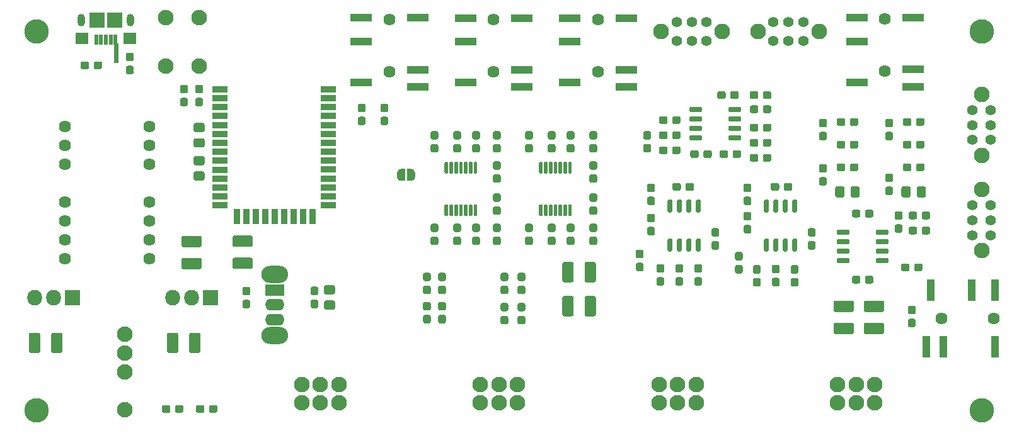
<source format=gts>
G04 #@! TF.GenerationSoftware,KiCad,Pcbnew,(5.1.6)-1*
G04 #@! TF.CreationDate,2020-12-20T00:19:37+09:00*
G04 #@! TF.ProjectId,Mixer,4d697865-722e-46b6-9963-61645f706362,rev?*
G04 #@! TF.SameCoordinates,Original*
G04 #@! TF.FileFunction,Soldermask,Top*
G04 #@! TF.FilePolarity,Negative*
%FSLAX46Y46*%
G04 Gerber Fmt 4.6, Leading zero omitted, Abs format (unit mm)*
G04 Created by KiCad (PCBNEW (5.1.6)-1) date 2020-12-20 00:19:37*
%MOMM*%
%LPD*%
G01*
G04 APERTURE LIST*
%ADD10C,0.100000*%
%ADD11O,3.600000X2.300000*%
%ADD12O,2.600000X1.600000*%
%ADD13R,2.600000X1.600000*%
%ADD14C,3.300000*%
%ADD15C,2.100000*%
%ADD16C,2.106600*%
%ADD17C,1.420800*%
%ADD18R,2.900000X1.100000*%
%ADD19C,1.624000*%
%ADD20R,2.000000X2.000000*%
%ADD21R,1.700000X1.500000*%
%ADD22O,1.000000X1.700000*%
%ADD23R,0.500000X1.450000*%
%ADD24R,1.100000X2.900000*%
%ADD25R,2.000000X0.860000*%
%ADD26R,0.950000X2.000000*%
%ADD27O,2.005000X2.100000*%
%ADD28R,2.005000X2.100000*%
G04 APERTURE END LIST*
D10*
G36*
X104928500Y-68135500D02*
G01*
X104357000Y-68135500D01*
X104357000Y-65595500D01*
X104928500Y-65595500D01*
X104928500Y-68135500D01*
G37*
X104928500Y-68135500D02*
X104357000Y-68135500D01*
X104357000Y-65595500D01*
X104928500Y-65595500D01*
X104928500Y-68135500D01*
D11*
X125984000Y-104906000D03*
X125984000Y-96706000D03*
D12*
X125984000Y-102806000D03*
X125984000Y-100806000D03*
D13*
X125984000Y-98806000D03*
G36*
G01*
X132871738Y-100200000D02*
X133828262Y-100200000D01*
G75*
G02*
X134100000Y-100471738I0J-271738D01*
G01*
X134100000Y-101178262D01*
G75*
G02*
X133828262Y-101450000I-271738J0D01*
G01*
X132871738Y-101450000D01*
G75*
G02*
X132600000Y-101178262I0J271738D01*
G01*
X132600000Y-100471738D01*
G75*
G02*
X132871738Y-100200000I271738J0D01*
G01*
G37*
G36*
G01*
X132871738Y-98150000D02*
X133828262Y-98150000D01*
G75*
G02*
X134100000Y-98421738I0J-271738D01*
G01*
X134100000Y-99128262D01*
G75*
G02*
X133828262Y-99400000I-271738J0D01*
G01*
X132871738Y-99400000D01*
G75*
G02*
X132600000Y-99128262I0J271738D01*
G01*
X132600000Y-98421738D01*
G75*
G02*
X132871738Y-98150000I271738J0D01*
G01*
G37*
G36*
G01*
X166153000Y-99857544D02*
X166153000Y-102072456D01*
G75*
G02*
X165885456Y-102340000I-267544J0D01*
G01*
X164895544Y-102340000D01*
G75*
G02*
X164628000Y-102072456I0J267544D01*
G01*
X164628000Y-99857544D01*
G75*
G02*
X164895544Y-99590000I267544J0D01*
G01*
X165885456Y-99590000D01*
G75*
G02*
X166153000Y-99857544I0J-267544D01*
G01*
G37*
G36*
G01*
X169128000Y-99857544D02*
X169128000Y-102072456D01*
G75*
G02*
X168860456Y-102340000I-267544J0D01*
G01*
X167870544Y-102340000D01*
G75*
G02*
X167603000Y-102072456I0J267544D01*
G01*
X167603000Y-99857544D01*
G75*
G02*
X167870544Y-99590000I267544J0D01*
G01*
X168860456Y-99590000D01*
G75*
G02*
X169128000Y-99857544I0J-267544D01*
G01*
G37*
G36*
G01*
X167603000Y-97500456D02*
X167603000Y-95285544D01*
G75*
G02*
X167870544Y-95018000I267544J0D01*
G01*
X168860456Y-95018000D01*
G75*
G02*
X169128000Y-95285544I0J-267544D01*
G01*
X169128000Y-97500456D01*
G75*
G02*
X168860456Y-97768000I-267544J0D01*
G01*
X167870544Y-97768000D01*
G75*
G02*
X167603000Y-97500456I0J267544D01*
G01*
G37*
G36*
G01*
X164628000Y-97500456D02*
X164628000Y-95285544D01*
G75*
G02*
X164895544Y-95018000I267544J0D01*
G01*
X165885456Y-95018000D01*
G75*
G02*
X166153000Y-95285544I0J-267544D01*
G01*
X166153000Y-97500456D01*
G75*
G02*
X165885456Y-97768000I-267544J0D01*
G01*
X164895544Y-97768000D01*
G75*
G02*
X164628000Y-97500456I0J267544D01*
G01*
G37*
D10*
G36*
X144293111Y-82512602D02*
G01*
X144311534Y-82512602D01*
X144316435Y-82512843D01*
X144365266Y-82517653D01*
X144370119Y-82518373D01*
X144418244Y-82527945D01*
X144423005Y-82529137D01*
X144469960Y-82543381D01*
X144474579Y-82545034D01*
X144519912Y-82563811D01*
X144524349Y-82565909D01*
X144567622Y-82589040D01*
X144571829Y-82591562D01*
X144612628Y-82618822D01*
X144616570Y-82621746D01*
X144654499Y-82652874D01*
X144658134Y-82656169D01*
X144692831Y-82690866D01*
X144696126Y-82694501D01*
X144727254Y-82732430D01*
X144730178Y-82736372D01*
X144757438Y-82777171D01*
X144759960Y-82781378D01*
X144783091Y-82824651D01*
X144785189Y-82829088D01*
X144803966Y-82874421D01*
X144805619Y-82879040D01*
X144819863Y-82925995D01*
X144821055Y-82930756D01*
X144830627Y-82978881D01*
X144831347Y-82983734D01*
X144836157Y-83032565D01*
X144836398Y-83037466D01*
X144836398Y-83055889D01*
X144837000Y-83062000D01*
X144837000Y-83562000D01*
X144836398Y-83568111D01*
X144836398Y-83586534D01*
X144836157Y-83591435D01*
X144831347Y-83640266D01*
X144830627Y-83645119D01*
X144821055Y-83693244D01*
X144819863Y-83698005D01*
X144805619Y-83744960D01*
X144803966Y-83749579D01*
X144785189Y-83794912D01*
X144783091Y-83799349D01*
X144759960Y-83842622D01*
X144757438Y-83846829D01*
X144730178Y-83887628D01*
X144727254Y-83891570D01*
X144696126Y-83929499D01*
X144692831Y-83933134D01*
X144658134Y-83967831D01*
X144654499Y-83971126D01*
X144616570Y-84002254D01*
X144612628Y-84005178D01*
X144571829Y-84032438D01*
X144567622Y-84034960D01*
X144524349Y-84058091D01*
X144519912Y-84060189D01*
X144474579Y-84078966D01*
X144469960Y-84080619D01*
X144423005Y-84094863D01*
X144418244Y-84096055D01*
X144370119Y-84105627D01*
X144365266Y-84106347D01*
X144316435Y-84111157D01*
X144311534Y-84111398D01*
X144293111Y-84111398D01*
X144287000Y-84112000D01*
X143787000Y-84112000D01*
X143777245Y-84111039D01*
X143767866Y-84108194D01*
X143759221Y-84103573D01*
X143751645Y-84097355D01*
X143745427Y-84089779D01*
X143740806Y-84081134D01*
X143737961Y-84071755D01*
X143737000Y-84062000D01*
X143737000Y-82562000D01*
X143737961Y-82552245D01*
X143740806Y-82542866D01*
X143745427Y-82534221D01*
X143751645Y-82526645D01*
X143759221Y-82520427D01*
X143767866Y-82515806D01*
X143777245Y-82512961D01*
X143787000Y-82512000D01*
X144287000Y-82512000D01*
X144293111Y-82512602D01*
G37*
G36*
X143496755Y-82512961D02*
G01*
X143506134Y-82515806D01*
X143514779Y-82520427D01*
X143522355Y-82526645D01*
X143528573Y-82534221D01*
X143533194Y-82542866D01*
X143536039Y-82552245D01*
X143537000Y-82562000D01*
X143537000Y-84062000D01*
X143536039Y-84071755D01*
X143533194Y-84081134D01*
X143528573Y-84089779D01*
X143522355Y-84097355D01*
X143514779Y-84103573D01*
X143506134Y-84108194D01*
X143496755Y-84111039D01*
X143487000Y-84112000D01*
X142987000Y-84112000D01*
X142980889Y-84111398D01*
X142962466Y-84111398D01*
X142957565Y-84111157D01*
X142908734Y-84106347D01*
X142903881Y-84105627D01*
X142855756Y-84096055D01*
X142850995Y-84094863D01*
X142804040Y-84080619D01*
X142799421Y-84078966D01*
X142754088Y-84060189D01*
X142749651Y-84058091D01*
X142706378Y-84034960D01*
X142702171Y-84032438D01*
X142661372Y-84005178D01*
X142657430Y-84002254D01*
X142619501Y-83971126D01*
X142615866Y-83967831D01*
X142581169Y-83933134D01*
X142577874Y-83929499D01*
X142546746Y-83891570D01*
X142543822Y-83887628D01*
X142516562Y-83846829D01*
X142514040Y-83842622D01*
X142490909Y-83799349D01*
X142488811Y-83794912D01*
X142470034Y-83749579D01*
X142468381Y-83744960D01*
X142454137Y-83698005D01*
X142452945Y-83693244D01*
X142443373Y-83645119D01*
X142442653Y-83640266D01*
X142437843Y-83591435D01*
X142437602Y-83586534D01*
X142437602Y-83568111D01*
X142437000Y-83562000D01*
X142437000Y-83062000D01*
X142437602Y-83055889D01*
X142437602Y-83037466D01*
X142437843Y-83032565D01*
X142442653Y-82983734D01*
X142443373Y-82978881D01*
X142452945Y-82930756D01*
X142454137Y-82925995D01*
X142468381Y-82879040D01*
X142470034Y-82874421D01*
X142488811Y-82829088D01*
X142490909Y-82824651D01*
X142514040Y-82781378D01*
X142516562Y-82777171D01*
X142543822Y-82736372D01*
X142546746Y-82732430D01*
X142577874Y-82694501D01*
X142581169Y-82690866D01*
X142615866Y-82656169D01*
X142619501Y-82652874D01*
X142657430Y-82621746D01*
X142661372Y-82618822D01*
X142702171Y-82591562D01*
X142706378Y-82589040D01*
X142749651Y-82565909D01*
X142754088Y-82563811D01*
X142799421Y-82545034D01*
X142804040Y-82543381D01*
X142850995Y-82529137D01*
X142855756Y-82527945D01*
X142903881Y-82518373D01*
X142908734Y-82517653D01*
X142957565Y-82512843D01*
X142962466Y-82512602D01*
X142980889Y-82512602D01*
X142987000Y-82512000D01*
X143487000Y-82512000D01*
X143496755Y-82512961D01*
G37*
D14*
X94000000Y-115000000D03*
X94000000Y-64000000D03*
X221000000Y-64000000D03*
X221000000Y-115000000D03*
G36*
G01*
X149178000Y-83142000D02*
X148928000Y-83142000D01*
G75*
G02*
X148803000Y-83017000I0J125000D01*
G01*
X148803000Y-81692000D01*
G75*
G02*
X148928000Y-81567000I125000J0D01*
G01*
X149178000Y-81567000D01*
G75*
G02*
X149303000Y-81692000I0J-125000D01*
G01*
X149303000Y-83017000D01*
G75*
G02*
X149178000Y-83142000I-125000J0D01*
G01*
G37*
G36*
G01*
X149828000Y-83142000D02*
X149578000Y-83142000D01*
G75*
G02*
X149453000Y-83017000I0J125000D01*
G01*
X149453000Y-81692000D01*
G75*
G02*
X149578000Y-81567000I125000J0D01*
G01*
X149828000Y-81567000D01*
G75*
G02*
X149953000Y-81692000I0J-125000D01*
G01*
X149953000Y-83017000D01*
G75*
G02*
X149828000Y-83142000I-125000J0D01*
G01*
G37*
G36*
G01*
X150478000Y-83142000D02*
X150228000Y-83142000D01*
G75*
G02*
X150103000Y-83017000I0J125000D01*
G01*
X150103000Y-81692000D01*
G75*
G02*
X150228000Y-81567000I125000J0D01*
G01*
X150478000Y-81567000D01*
G75*
G02*
X150603000Y-81692000I0J-125000D01*
G01*
X150603000Y-83017000D01*
G75*
G02*
X150478000Y-83142000I-125000J0D01*
G01*
G37*
G36*
G01*
X151128000Y-83142000D02*
X150878000Y-83142000D01*
G75*
G02*
X150753000Y-83017000I0J125000D01*
G01*
X150753000Y-81692000D01*
G75*
G02*
X150878000Y-81567000I125000J0D01*
G01*
X151128000Y-81567000D01*
G75*
G02*
X151253000Y-81692000I0J-125000D01*
G01*
X151253000Y-83017000D01*
G75*
G02*
X151128000Y-83142000I-125000J0D01*
G01*
G37*
G36*
G01*
X151778000Y-83142000D02*
X151528000Y-83142000D01*
G75*
G02*
X151403000Y-83017000I0J125000D01*
G01*
X151403000Y-81692000D01*
G75*
G02*
X151528000Y-81567000I125000J0D01*
G01*
X151778000Y-81567000D01*
G75*
G02*
X151903000Y-81692000I0J-125000D01*
G01*
X151903000Y-83017000D01*
G75*
G02*
X151778000Y-83142000I-125000J0D01*
G01*
G37*
G36*
G01*
X152428000Y-83142000D02*
X152178000Y-83142000D01*
G75*
G02*
X152053000Y-83017000I0J125000D01*
G01*
X152053000Y-81692000D01*
G75*
G02*
X152178000Y-81567000I125000J0D01*
G01*
X152428000Y-81567000D01*
G75*
G02*
X152553000Y-81692000I0J-125000D01*
G01*
X152553000Y-83017000D01*
G75*
G02*
X152428000Y-83142000I-125000J0D01*
G01*
G37*
G36*
G01*
X153078000Y-83142000D02*
X152828000Y-83142000D01*
G75*
G02*
X152703000Y-83017000I0J125000D01*
G01*
X152703000Y-81692000D01*
G75*
G02*
X152828000Y-81567000I125000J0D01*
G01*
X153078000Y-81567000D01*
G75*
G02*
X153203000Y-81692000I0J-125000D01*
G01*
X153203000Y-83017000D01*
G75*
G02*
X153078000Y-83142000I-125000J0D01*
G01*
G37*
G36*
G01*
X153078000Y-88867000D02*
X152828000Y-88867000D01*
G75*
G02*
X152703000Y-88742000I0J125000D01*
G01*
X152703000Y-87417000D01*
G75*
G02*
X152828000Y-87292000I125000J0D01*
G01*
X153078000Y-87292000D01*
G75*
G02*
X153203000Y-87417000I0J-125000D01*
G01*
X153203000Y-88742000D01*
G75*
G02*
X153078000Y-88867000I-125000J0D01*
G01*
G37*
G36*
G01*
X152428000Y-88867000D02*
X152178000Y-88867000D01*
G75*
G02*
X152053000Y-88742000I0J125000D01*
G01*
X152053000Y-87417000D01*
G75*
G02*
X152178000Y-87292000I125000J0D01*
G01*
X152428000Y-87292000D01*
G75*
G02*
X152553000Y-87417000I0J-125000D01*
G01*
X152553000Y-88742000D01*
G75*
G02*
X152428000Y-88867000I-125000J0D01*
G01*
G37*
G36*
G01*
X151778000Y-88867000D02*
X151528000Y-88867000D01*
G75*
G02*
X151403000Y-88742000I0J125000D01*
G01*
X151403000Y-87417000D01*
G75*
G02*
X151528000Y-87292000I125000J0D01*
G01*
X151778000Y-87292000D01*
G75*
G02*
X151903000Y-87417000I0J-125000D01*
G01*
X151903000Y-88742000D01*
G75*
G02*
X151778000Y-88867000I-125000J0D01*
G01*
G37*
G36*
G01*
X151128000Y-88867000D02*
X150878000Y-88867000D01*
G75*
G02*
X150753000Y-88742000I0J125000D01*
G01*
X150753000Y-87417000D01*
G75*
G02*
X150878000Y-87292000I125000J0D01*
G01*
X151128000Y-87292000D01*
G75*
G02*
X151253000Y-87417000I0J-125000D01*
G01*
X151253000Y-88742000D01*
G75*
G02*
X151128000Y-88867000I-125000J0D01*
G01*
G37*
G36*
G01*
X150478000Y-88867000D02*
X150228000Y-88867000D01*
G75*
G02*
X150103000Y-88742000I0J125000D01*
G01*
X150103000Y-87417000D01*
G75*
G02*
X150228000Y-87292000I125000J0D01*
G01*
X150478000Y-87292000D01*
G75*
G02*
X150603000Y-87417000I0J-125000D01*
G01*
X150603000Y-88742000D01*
G75*
G02*
X150478000Y-88867000I-125000J0D01*
G01*
G37*
G36*
G01*
X149828000Y-88867000D02*
X149578000Y-88867000D01*
G75*
G02*
X149453000Y-88742000I0J125000D01*
G01*
X149453000Y-87417000D01*
G75*
G02*
X149578000Y-87292000I125000J0D01*
G01*
X149828000Y-87292000D01*
G75*
G02*
X149953000Y-87417000I0J-125000D01*
G01*
X149953000Y-88742000D01*
G75*
G02*
X149828000Y-88867000I-125000J0D01*
G01*
G37*
G36*
G01*
X149178000Y-88867000D02*
X148928000Y-88867000D01*
G75*
G02*
X148803000Y-88742000I0J125000D01*
G01*
X148803000Y-87417000D01*
G75*
G02*
X148928000Y-87292000I125000J0D01*
G01*
X149178000Y-87292000D01*
G75*
G02*
X149303000Y-87417000I0J-125000D01*
G01*
X149303000Y-88742000D01*
G75*
G02*
X149178000Y-88867000I-125000J0D01*
G01*
G37*
D15*
X115824000Y-68700000D03*
X111324000Y-68700000D03*
X115824000Y-62200000D03*
X111324000Y-62200000D03*
D16*
X220962600Y-72506599D03*
X220962600Y-80706601D03*
D17*
X222207200Y-74600000D03*
X222207200Y-76606600D03*
X222207200Y-78613200D03*
X219718000Y-74600000D03*
X219718000Y-76606600D03*
X219718000Y-78613200D03*
D16*
X220962600Y-85306599D03*
X220962600Y-93506601D03*
D17*
X222207200Y-87400000D03*
X222207200Y-89406600D03*
X222207200Y-91413200D03*
X219718000Y-87400000D03*
X219718000Y-89406600D03*
X219718000Y-91413200D03*
G36*
G01*
X131055500Y-100100000D02*
X131580500Y-100100000D01*
G75*
G02*
X131843000Y-100362500I0J-262500D01*
G01*
X131843000Y-100987500D01*
G75*
G02*
X131580500Y-101250000I-262500J0D01*
G01*
X131055500Y-101250000D01*
G75*
G02*
X130793000Y-100987500I0J262500D01*
G01*
X130793000Y-100362500D01*
G75*
G02*
X131055500Y-100100000I262500J0D01*
G01*
G37*
G36*
G01*
X131055500Y-98350000D02*
X131580500Y-98350000D01*
G75*
G02*
X131843000Y-98612500I0J-262500D01*
G01*
X131843000Y-99237500D01*
G75*
G02*
X131580500Y-99500000I-262500J0D01*
G01*
X131055500Y-99500000D01*
G75*
G02*
X130793000Y-99237500I0J262500D01*
G01*
X130793000Y-98612500D01*
G75*
G02*
X131055500Y-98350000I262500J0D01*
G01*
G37*
G36*
G01*
X212298000Y-90542500D02*
X212298000Y-91067500D01*
G75*
G02*
X212035500Y-91330000I-262500J0D01*
G01*
X211410500Y-91330000D01*
G75*
G02*
X211148000Y-91067500I0J262500D01*
G01*
X211148000Y-90542500D01*
G75*
G02*
X211410500Y-90280000I262500J0D01*
G01*
X212035500Y-90280000D01*
G75*
G02*
X212298000Y-90542500I0J-262500D01*
G01*
G37*
G36*
G01*
X214048000Y-90542500D02*
X214048000Y-91067500D01*
G75*
G02*
X213785500Y-91330000I-262500J0D01*
G01*
X213160500Y-91330000D01*
G75*
G02*
X212898000Y-91067500I0J262500D01*
G01*
X212898000Y-90542500D01*
G75*
G02*
X213160500Y-90280000I262500J0D01*
G01*
X213785500Y-90280000D01*
G75*
G02*
X214048000Y-90542500I0J-262500D01*
G01*
G37*
G36*
G01*
X212298000Y-88510500D02*
X212298000Y-89035500D01*
G75*
G02*
X212035500Y-89298000I-262500J0D01*
G01*
X211410500Y-89298000D01*
G75*
G02*
X211148000Y-89035500I0J262500D01*
G01*
X211148000Y-88510500D01*
G75*
G02*
X211410500Y-88248000I262500J0D01*
G01*
X212035500Y-88248000D01*
G75*
G02*
X212298000Y-88510500I0J-262500D01*
G01*
G37*
G36*
G01*
X214048000Y-88510500D02*
X214048000Y-89035500D01*
G75*
G02*
X213785500Y-89298000I-262500J0D01*
G01*
X213160500Y-89298000D01*
G75*
G02*
X212898000Y-89035500I0J262500D01*
G01*
X212898000Y-88510500D01*
G75*
G02*
X213160500Y-88248000I262500J0D01*
G01*
X213785500Y-88248000D01*
G75*
G02*
X214048000Y-88510500I0J-262500D01*
G01*
G37*
G36*
G01*
X147709500Y-78567000D02*
X147184500Y-78567000D01*
G75*
G02*
X146922000Y-78304500I0J262500D01*
G01*
X146922000Y-77679500D01*
G75*
G02*
X147184500Y-77417000I262500J0D01*
G01*
X147709500Y-77417000D01*
G75*
G02*
X147972000Y-77679500I0J-262500D01*
G01*
X147972000Y-78304500D01*
G75*
G02*
X147709500Y-78567000I-262500J0D01*
G01*
G37*
G36*
G01*
X147709500Y-80317000D02*
X147184500Y-80317000D01*
G75*
G02*
X146922000Y-80054500I0J262500D01*
G01*
X146922000Y-79429500D01*
G75*
G02*
X147184500Y-79167000I262500J0D01*
G01*
X147709500Y-79167000D01*
G75*
G02*
X147972000Y-79429500I0J-262500D01*
G01*
X147972000Y-80054500D01*
G75*
G02*
X147709500Y-80317000I-262500J0D01*
G01*
G37*
G36*
G01*
X160409500Y-78567000D02*
X159884500Y-78567000D01*
G75*
G02*
X159622000Y-78304500I0J262500D01*
G01*
X159622000Y-77679500D01*
G75*
G02*
X159884500Y-77417000I262500J0D01*
G01*
X160409500Y-77417000D01*
G75*
G02*
X160672000Y-77679500I0J-262500D01*
G01*
X160672000Y-78304500D01*
G75*
G02*
X160409500Y-78567000I-262500J0D01*
G01*
G37*
G36*
G01*
X160409500Y-80317000D02*
X159884500Y-80317000D01*
G75*
G02*
X159622000Y-80054500I0J262500D01*
G01*
X159622000Y-79429500D01*
G75*
G02*
X159884500Y-79167000I262500J0D01*
G01*
X160409500Y-79167000D01*
G75*
G02*
X160672000Y-79429500I0J-262500D01*
G01*
X160672000Y-80054500D01*
G75*
G02*
X160409500Y-80317000I-262500J0D01*
G01*
G37*
G36*
G01*
X146168500Y-102154000D02*
X146693500Y-102154000D01*
G75*
G02*
X146956000Y-102416500I0J-262500D01*
G01*
X146956000Y-103041500D01*
G75*
G02*
X146693500Y-103304000I-262500J0D01*
G01*
X146168500Y-103304000D01*
G75*
G02*
X145906000Y-103041500I0J262500D01*
G01*
X145906000Y-102416500D01*
G75*
G02*
X146168500Y-102154000I262500J0D01*
G01*
G37*
G36*
G01*
X146168500Y-100404000D02*
X146693500Y-100404000D01*
G75*
G02*
X146956000Y-100666500I0J-262500D01*
G01*
X146956000Y-101291500D01*
G75*
G02*
X146693500Y-101554000I-262500J0D01*
G01*
X146168500Y-101554000D01*
G75*
G02*
X145906000Y-101291500I0J262500D01*
G01*
X145906000Y-100666500D01*
G75*
G02*
X146168500Y-100404000I262500J0D01*
G01*
G37*
G36*
G01*
X146168500Y-98217000D02*
X146693500Y-98217000D01*
G75*
G02*
X146956000Y-98479500I0J-262500D01*
G01*
X146956000Y-99104500D01*
G75*
G02*
X146693500Y-99367000I-262500J0D01*
G01*
X146168500Y-99367000D01*
G75*
G02*
X145906000Y-99104500I0J262500D01*
G01*
X145906000Y-98479500D01*
G75*
G02*
X146168500Y-98217000I262500J0D01*
G01*
G37*
G36*
G01*
X146168500Y-96467000D02*
X146693500Y-96467000D01*
G75*
G02*
X146956000Y-96729500I0J-262500D01*
G01*
X146956000Y-97354500D01*
G75*
G02*
X146693500Y-97617000I-262500J0D01*
G01*
X146168500Y-97617000D01*
G75*
G02*
X145906000Y-97354500I0J262500D01*
G01*
X145906000Y-96729500D01*
G75*
G02*
X146168500Y-96467000I262500J0D01*
G01*
G37*
G36*
G01*
X148200500Y-102154000D02*
X148725500Y-102154000D01*
G75*
G02*
X148988000Y-102416500I0J-262500D01*
G01*
X148988000Y-103041500D01*
G75*
G02*
X148725500Y-103304000I-262500J0D01*
G01*
X148200500Y-103304000D01*
G75*
G02*
X147938000Y-103041500I0J262500D01*
G01*
X147938000Y-102416500D01*
G75*
G02*
X148200500Y-102154000I262500J0D01*
G01*
G37*
G36*
G01*
X148200500Y-100404000D02*
X148725500Y-100404000D01*
G75*
G02*
X148988000Y-100666500I0J-262500D01*
G01*
X148988000Y-101291500D01*
G75*
G02*
X148725500Y-101554000I-262500J0D01*
G01*
X148200500Y-101554000D01*
G75*
G02*
X147938000Y-101291500I0J262500D01*
G01*
X147938000Y-100666500D01*
G75*
G02*
X148200500Y-100404000I262500J0D01*
G01*
G37*
G36*
G01*
X147184500Y-91613000D02*
X147709500Y-91613000D01*
G75*
G02*
X147972000Y-91875500I0J-262500D01*
G01*
X147972000Y-92500500D01*
G75*
G02*
X147709500Y-92763000I-262500J0D01*
G01*
X147184500Y-92763000D01*
G75*
G02*
X146922000Y-92500500I0J262500D01*
G01*
X146922000Y-91875500D01*
G75*
G02*
X147184500Y-91613000I262500J0D01*
G01*
G37*
G36*
G01*
X147184500Y-89863000D02*
X147709500Y-89863000D01*
G75*
G02*
X147972000Y-90125500I0J-262500D01*
G01*
X147972000Y-90750500D01*
G75*
G02*
X147709500Y-91013000I-262500J0D01*
G01*
X147184500Y-91013000D01*
G75*
G02*
X146922000Y-90750500I0J262500D01*
G01*
X146922000Y-90125500D01*
G75*
G02*
X147184500Y-89863000I262500J0D01*
G01*
G37*
G36*
G01*
X159884500Y-91613000D02*
X160409500Y-91613000D01*
G75*
G02*
X160672000Y-91875500I0J-262500D01*
G01*
X160672000Y-92500500D01*
G75*
G02*
X160409500Y-92763000I-262500J0D01*
G01*
X159884500Y-92763000D01*
G75*
G02*
X159622000Y-92500500I0J262500D01*
G01*
X159622000Y-91875500D01*
G75*
G02*
X159884500Y-91613000I262500J0D01*
G01*
G37*
G36*
G01*
X159884500Y-89863000D02*
X160409500Y-89863000D01*
G75*
G02*
X160672000Y-90125500I0J-262500D01*
G01*
X160672000Y-90750500D01*
G75*
G02*
X160409500Y-91013000I-262500J0D01*
G01*
X159884500Y-91013000D01*
G75*
G02*
X159622000Y-90750500I0J262500D01*
G01*
X159622000Y-90125500D01*
G75*
G02*
X159884500Y-89863000I262500J0D01*
G01*
G37*
G36*
G01*
X156091500Y-82631000D02*
X155566500Y-82631000D01*
G75*
G02*
X155304000Y-82368500I0J262500D01*
G01*
X155304000Y-81743500D01*
G75*
G02*
X155566500Y-81481000I262500J0D01*
G01*
X156091500Y-81481000D01*
G75*
G02*
X156354000Y-81743500I0J-262500D01*
G01*
X156354000Y-82368500D01*
G75*
G02*
X156091500Y-82631000I-262500J0D01*
G01*
G37*
G36*
G01*
X156091500Y-84381000D02*
X155566500Y-84381000D01*
G75*
G02*
X155304000Y-84118500I0J262500D01*
G01*
X155304000Y-83493500D01*
G75*
G02*
X155566500Y-83231000I262500J0D01*
G01*
X156091500Y-83231000D01*
G75*
G02*
X156354000Y-83493500I0J-262500D01*
G01*
X156354000Y-84118500D01*
G75*
G02*
X156091500Y-84381000I-262500J0D01*
G01*
G37*
G36*
G01*
X156091500Y-78567000D02*
X155566500Y-78567000D01*
G75*
G02*
X155304000Y-78304500I0J262500D01*
G01*
X155304000Y-77679500D01*
G75*
G02*
X155566500Y-77417000I262500J0D01*
G01*
X156091500Y-77417000D01*
G75*
G02*
X156354000Y-77679500I0J-262500D01*
G01*
X156354000Y-78304500D01*
G75*
G02*
X156091500Y-78567000I-262500J0D01*
G01*
G37*
G36*
G01*
X156091500Y-80317000D02*
X155566500Y-80317000D01*
G75*
G02*
X155304000Y-80054500I0J262500D01*
G01*
X155304000Y-79429500D01*
G75*
G02*
X155566500Y-79167000I262500J0D01*
G01*
X156091500Y-79167000D01*
G75*
G02*
X156354000Y-79429500I0J-262500D01*
G01*
X156354000Y-80054500D01*
G75*
G02*
X156091500Y-80317000I-262500J0D01*
G01*
G37*
G36*
G01*
X156091500Y-91013000D02*
X155566500Y-91013000D01*
G75*
G02*
X155304000Y-90750500I0J262500D01*
G01*
X155304000Y-90125500D01*
G75*
G02*
X155566500Y-89863000I262500J0D01*
G01*
X156091500Y-89863000D01*
G75*
G02*
X156354000Y-90125500I0J-262500D01*
G01*
X156354000Y-90750500D01*
G75*
G02*
X156091500Y-91013000I-262500J0D01*
G01*
G37*
G36*
G01*
X156091500Y-92763000D02*
X155566500Y-92763000D01*
G75*
G02*
X155304000Y-92500500I0J262500D01*
G01*
X155304000Y-91875500D01*
G75*
G02*
X155566500Y-91613000I262500J0D01*
G01*
X156091500Y-91613000D01*
G75*
G02*
X156354000Y-91875500I0J-262500D01*
G01*
X156354000Y-92500500D01*
G75*
G02*
X156091500Y-92763000I-262500J0D01*
G01*
G37*
G36*
G01*
X156091500Y-86949000D02*
X155566500Y-86949000D01*
G75*
G02*
X155304000Y-86686500I0J262500D01*
G01*
X155304000Y-86061500D01*
G75*
G02*
X155566500Y-85799000I262500J0D01*
G01*
X156091500Y-85799000D01*
G75*
G02*
X156354000Y-86061500I0J-262500D01*
G01*
X156354000Y-86686500D01*
G75*
G02*
X156091500Y-86949000I-262500J0D01*
G01*
G37*
G36*
G01*
X156091500Y-88699000D02*
X155566500Y-88699000D01*
G75*
G02*
X155304000Y-88436500I0J262500D01*
G01*
X155304000Y-87811500D01*
G75*
G02*
X155566500Y-87549000I262500J0D01*
G01*
X156091500Y-87549000D01*
G75*
G02*
X156354000Y-87811500I0J-262500D01*
G01*
X156354000Y-88436500D01*
G75*
G02*
X156091500Y-88699000I-262500J0D01*
G01*
G37*
G36*
G01*
X158868500Y-102281000D02*
X159393500Y-102281000D01*
G75*
G02*
X159656000Y-102543500I0J-262500D01*
G01*
X159656000Y-103168500D01*
G75*
G02*
X159393500Y-103431000I-262500J0D01*
G01*
X158868500Y-103431000D01*
G75*
G02*
X158606000Y-103168500I0J262500D01*
G01*
X158606000Y-102543500D01*
G75*
G02*
X158868500Y-102281000I262500J0D01*
G01*
G37*
G36*
G01*
X158868500Y-100531000D02*
X159393500Y-100531000D01*
G75*
G02*
X159656000Y-100793500I0J-262500D01*
G01*
X159656000Y-101418500D01*
G75*
G02*
X159393500Y-101681000I-262500J0D01*
G01*
X158868500Y-101681000D01*
G75*
G02*
X158606000Y-101418500I0J262500D01*
G01*
X158606000Y-100793500D01*
G75*
G02*
X158868500Y-100531000I262500J0D01*
G01*
G37*
G36*
G01*
X158868500Y-98217000D02*
X159393500Y-98217000D01*
G75*
G02*
X159656000Y-98479500I0J-262500D01*
G01*
X159656000Y-99104500D01*
G75*
G02*
X159393500Y-99367000I-262500J0D01*
G01*
X158868500Y-99367000D01*
G75*
G02*
X158606000Y-99104500I0J262500D01*
G01*
X158606000Y-98479500D01*
G75*
G02*
X158868500Y-98217000I262500J0D01*
G01*
G37*
G36*
G01*
X158868500Y-96467000D02*
X159393500Y-96467000D01*
G75*
G02*
X159656000Y-96729500I0J-262500D01*
G01*
X159656000Y-97354500D01*
G75*
G02*
X159393500Y-97617000I-262500J0D01*
G01*
X158868500Y-97617000D01*
G75*
G02*
X158606000Y-97354500I0J262500D01*
G01*
X158606000Y-96729500D01*
G75*
G02*
X158868500Y-96467000I262500J0D01*
G01*
G37*
G36*
G01*
X156582500Y-102281000D02*
X157107500Y-102281000D01*
G75*
G02*
X157370000Y-102543500I0J-262500D01*
G01*
X157370000Y-103168500D01*
G75*
G02*
X157107500Y-103431000I-262500J0D01*
G01*
X156582500Y-103431000D01*
G75*
G02*
X156320000Y-103168500I0J262500D01*
G01*
X156320000Y-102543500D01*
G75*
G02*
X156582500Y-102281000I262500J0D01*
G01*
G37*
G36*
G01*
X156582500Y-100531000D02*
X157107500Y-100531000D01*
G75*
G02*
X157370000Y-100793500I0J-262500D01*
G01*
X157370000Y-101418500D01*
G75*
G02*
X157107500Y-101681000I-262500J0D01*
G01*
X156582500Y-101681000D01*
G75*
G02*
X156320000Y-101418500I0J262500D01*
G01*
X156320000Y-100793500D01*
G75*
G02*
X156582500Y-100531000I262500J0D01*
G01*
G37*
G36*
G01*
X210066500Y-89362000D02*
X209541500Y-89362000D01*
G75*
G02*
X209279000Y-89099500I0J262500D01*
G01*
X209279000Y-88474500D01*
G75*
G02*
X209541500Y-88212000I262500J0D01*
G01*
X210066500Y-88212000D01*
G75*
G02*
X210329000Y-88474500I0J-262500D01*
G01*
X210329000Y-89099500D01*
G75*
G02*
X210066500Y-89362000I-262500J0D01*
G01*
G37*
G36*
G01*
X210066500Y-91112000D02*
X209541500Y-91112000D01*
G75*
G02*
X209279000Y-90849500I0J262500D01*
G01*
X209279000Y-90224500D01*
G75*
G02*
X209541500Y-89962000I262500J0D01*
G01*
X210066500Y-89962000D01*
G75*
G02*
X210329000Y-90224500I0J-262500D01*
G01*
X210329000Y-90849500D01*
G75*
G02*
X210066500Y-91112000I-262500J0D01*
G01*
G37*
G36*
G01*
X122436500Y-99522000D02*
X121911500Y-99522000D01*
G75*
G02*
X121649000Y-99259500I0J262500D01*
G01*
X121649000Y-98634500D01*
G75*
G02*
X121911500Y-98372000I262500J0D01*
G01*
X122436500Y-98372000D01*
G75*
G02*
X122699000Y-98634500I0J-262500D01*
G01*
X122699000Y-99259500D01*
G75*
G02*
X122436500Y-99522000I-262500J0D01*
G01*
G37*
G36*
G01*
X122436500Y-101272000D02*
X121911500Y-101272000D01*
G75*
G02*
X121649000Y-101009500I0J262500D01*
G01*
X121649000Y-100384500D01*
G75*
G02*
X121911500Y-100122000I262500J0D01*
G01*
X122436500Y-100122000D01*
G75*
G02*
X122699000Y-100384500I0J-262500D01*
G01*
X122699000Y-101009500D01*
G75*
G02*
X122436500Y-101272000I-262500J0D01*
G01*
G37*
G36*
G01*
X150757500Y-78567000D02*
X150232500Y-78567000D01*
G75*
G02*
X149970000Y-78304500I0J262500D01*
G01*
X149970000Y-77679500D01*
G75*
G02*
X150232500Y-77417000I262500J0D01*
G01*
X150757500Y-77417000D01*
G75*
G02*
X151020000Y-77679500I0J-262500D01*
G01*
X151020000Y-78304500D01*
G75*
G02*
X150757500Y-78567000I-262500J0D01*
G01*
G37*
G36*
G01*
X150757500Y-80317000D02*
X150232500Y-80317000D01*
G75*
G02*
X149970000Y-80054500I0J262500D01*
G01*
X149970000Y-79429500D01*
G75*
G02*
X150232500Y-79167000I262500J0D01*
G01*
X150757500Y-79167000D01*
G75*
G02*
X151020000Y-79429500I0J-262500D01*
G01*
X151020000Y-80054500D01*
G75*
G02*
X150757500Y-80317000I-262500J0D01*
G01*
G37*
G36*
G01*
X150232500Y-91613000D02*
X150757500Y-91613000D01*
G75*
G02*
X151020000Y-91875500I0J-262500D01*
G01*
X151020000Y-92500500D01*
G75*
G02*
X150757500Y-92763000I-262500J0D01*
G01*
X150232500Y-92763000D01*
G75*
G02*
X149970000Y-92500500I0J262500D01*
G01*
X149970000Y-91875500D01*
G75*
G02*
X150232500Y-91613000I262500J0D01*
G01*
G37*
G36*
G01*
X150232500Y-89863000D02*
X150757500Y-89863000D01*
G75*
G02*
X151020000Y-90125500I0J-262500D01*
G01*
X151020000Y-90750500D01*
G75*
G02*
X150757500Y-91013000I-262500J0D01*
G01*
X150232500Y-91013000D01*
G75*
G02*
X149970000Y-90750500I0J262500D01*
G01*
X149970000Y-90125500D01*
G75*
G02*
X150232500Y-89863000I262500J0D01*
G01*
G37*
G36*
G01*
X153297500Y-78567000D02*
X152772500Y-78567000D01*
G75*
G02*
X152510000Y-78304500I0J262500D01*
G01*
X152510000Y-77679500D01*
G75*
G02*
X152772500Y-77417000I262500J0D01*
G01*
X153297500Y-77417000D01*
G75*
G02*
X153560000Y-77679500I0J-262500D01*
G01*
X153560000Y-78304500D01*
G75*
G02*
X153297500Y-78567000I-262500J0D01*
G01*
G37*
G36*
G01*
X153297500Y-80317000D02*
X152772500Y-80317000D01*
G75*
G02*
X152510000Y-80054500I0J262500D01*
G01*
X152510000Y-79429500D01*
G75*
G02*
X152772500Y-79167000I262500J0D01*
G01*
X153297500Y-79167000D01*
G75*
G02*
X153560000Y-79429500I0J-262500D01*
G01*
X153560000Y-80054500D01*
G75*
G02*
X153297500Y-80317000I-262500J0D01*
G01*
G37*
G36*
G01*
X165472500Y-79167000D02*
X165997500Y-79167000D01*
G75*
G02*
X166260000Y-79429500I0J-262500D01*
G01*
X166260000Y-80054500D01*
G75*
G02*
X165997500Y-80317000I-262500J0D01*
G01*
X165472500Y-80317000D01*
G75*
G02*
X165210000Y-80054500I0J262500D01*
G01*
X165210000Y-79429500D01*
G75*
G02*
X165472500Y-79167000I262500J0D01*
G01*
G37*
G36*
G01*
X165472500Y-77417000D02*
X165997500Y-77417000D01*
G75*
G02*
X166260000Y-77679500I0J-262500D01*
G01*
X166260000Y-78304500D01*
G75*
G02*
X165997500Y-78567000I-262500J0D01*
G01*
X165472500Y-78567000D01*
G75*
G02*
X165210000Y-78304500I0J262500D01*
G01*
X165210000Y-77679500D01*
G75*
G02*
X165472500Y-77417000I262500J0D01*
G01*
G37*
G36*
G01*
X152772500Y-91613000D02*
X153297500Y-91613000D01*
G75*
G02*
X153560000Y-91875500I0J-262500D01*
G01*
X153560000Y-92500500D01*
G75*
G02*
X153297500Y-92763000I-262500J0D01*
G01*
X152772500Y-92763000D01*
G75*
G02*
X152510000Y-92500500I0J262500D01*
G01*
X152510000Y-91875500D01*
G75*
G02*
X152772500Y-91613000I262500J0D01*
G01*
G37*
G36*
G01*
X152772500Y-89863000D02*
X153297500Y-89863000D01*
G75*
G02*
X153560000Y-90125500I0J-262500D01*
G01*
X153560000Y-90750500D01*
G75*
G02*
X153297500Y-91013000I-262500J0D01*
G01*
X152772500Y-91013000D01*
G75*
G02*
X152510000Y-90750500I0J262500D01*
G01*
X152510000Y-90125500D01*
G75*
G02*
X152772500Y-89863000I262500J0D01*
G01*
G37*
G36*
G01*
X165472500Y-91613000D02*
X165997500Y-91613000D01*
G75*
G02*
X166260000Y-91875500I0J-262500D01*
G01*
X166260000Y-92500500D01*
G75*
G02*
X165997500Y-92763000I-262500J0D01*
G01*
X165472500Y-92763000D01*
G75*
G02*
X165210000Y-92500500I0J262500D01*
G01*
X165210000Y-91875500D01*
G75*
G02*
X165472500Y-91613000I262500J0D01*
G01*
G37*
G36*
G01*
X165472500Y-89863000D02*
X165997500Y-89863000D01*
G75*
G02*
X166260000Y-90125500I0J-262500D01*
G01*
X166260000Y-90750500D01*
G75*
G02*
X165997500Y-91013000I-262500J0D01*
G01*
X165472500Y-91013000D01*
G75*
G02*
X165210000Y-90750500I0J262500D01*
G01*
X165210000Y-90125500D01*
G75*
G02*
X165472500Y-89863000I262500J0D01*
G01*
G37*
G36*
G01*
X179370000Y-78240500D02*
X179370000Y-77715500D01*
G75*
G02*
X179632500Y-77453000I262500J0D01*
G01*
X180257500Y-77453000D01*
G75*
G02*
X180520000Y-77715500I0J-262500D01*
G01*
X180520000Y-78240500D01*
G75*
G02*
X180257500Y-78503000I-262500J0D01*
G01*
X179632500Y-78503000D01*
G75*
G02*
X179370000Y-78240500I0J262500D01*
G01*
G37*
G36*
G01*
X177620000Y-78240500D02*
X177620000Y-77715500D01*
G75*
G02*
X177882500Y-77453000I262500J0D01*
G01*
X178507500Y-77453000D01*
G75*
G02*
X178770000Y-77715500I0J-262500D01*
G01*
X178770000Y-78240500D01*
G75*
G02*
X178507500Y-78503000I-262500J0D01*
G01*
X177882500Y-78503000D01*
G75*
G02*
X177620000Y-78240500I0J262500D01*
G01*
G37*
G36*
G01*
X161878000Y-83142000D02*
X161628000Y-83142000D01*
G75*
G02*
X161503000Y-83017000I0J125000D01*
G01*
X161503000Y-81692000D01*
G75*
G02*
X161628000Y-81567000I125000J0D01*
G01*
X161878000Y-81567000D01*
G75*
G02*
X162003000Y-81692000I0J-125000D01*
G01*
X162003000Y-83017000D01*
G75*
G02*
X161878000Y-83142000I-125000J0D01*
G01*
G37*
G36*
G01*
X162528000Y-83142000D02*
X162278000Y-83142000D01*
G75*
G02*
X162153000Y-83017000I0J125000D01*
G01*
X162153000Y-81692000D01*
G75*
G02*
X162278000Y-81567000I125000J0D01*
G01*
X162528000Y-81567000D01*
G75*
G02*
X162653000Y-81692000I0J-125000D01*
G01*
X162653000Y-83017000D01*
G75*
G02*
X162528000Y-83142000I-125000J0D01*
G01*
G37*
G36*
G01*
X163178000Y-83142000D02*
X162928000Y-83142000D01*
G75*
G02*
X162803000Y-83017000I0J125000D01*
G01*
X162803000Y-81692000D01*
G75*
G02*
X162928000Y-81567000I125000J0D01*
G01*
X163178000Y-81567000D01*
G75*
G02*
X163303000Y-81692000I0J-125000D01*
G01*
X163303000Y-83017000D01*
G75*
G02*
X163178000Y-83142000I-125000J0D01*
G01*
G37*
G36*
G01*
X163828000Y-83142000D02*
X163578000Y-83142000D01*
G75*
G02*
X163453000Y-83017000I0J125000D01*
G01*
X163453000Y-81692000D01*
G75*
G02*
X163578000Y-81567000I125000J0D01*
G01*
X163828000Y-81567000D01*
G75*
G02*
X163953000Y-81692000I0J-125000D01*
G01*
X163953000Y-83017000D01*
G75*
G02*
X163828000Y-83142000I-125000J0D01*
G01*
G37*
G36*
G01*
X164478000Y-83142000D02*
X164228000Y-83142000D01*
G75*
G02*
X164103000Y-83017000I0J125000D01*
G01*
X164103000Y-81692000D01*
G75*
G02*
X164228000Y-81567000I125000J0D01*
G01*
X164478000Y-81567000D01*
G75*
G02*
X164603000Y-81692000I0J-125000D01*
G01*
X164603000Y-83017000D01*
G75*
G02*
X164478000Y-83142000I-125000J0D01*
G01*
G37*
G36*
G01*
X165128000Y-83142000D02*
X164878000Y-83142000D01*
G75*
G02*
X164753000Y-83017000I0J125000D01*
G01*
X164753000Y-81692000D01*
G75*
G02*
X164878000Y-81567000I125000J0D01*
G01*
X165128000Y-81567000D01*
G75*
G02*
X165253000Y-81692000I0J-125000D01*
G01*
X165253000Y-83017000D01*
G75*
G02*
X165128000Y-83142000I-125000J0D01*
G01*
G37*
G36*
G01*
X165778000Y-83142000D02*
X165528000Y-83142000D01*
G75*
G02*
X165403000Y-83017000I0J125000D01*
G01*
X165403000Y-81692000D01*
G75*
G02*
X165528000Y-81567000I125000J0D01*
G01*
X165778000Y-81567000D01*
G75*
G02*
X165903000Y-81692000I0J-125000D01*
G01*
X165903000Y-83017000D01*
G75*
G02*
X165778000Y-83142000I-125000J0D01*
G01*
G37*
G36*
G01*
X165778000Y-88867000D02*
X165528000Y-88867000D01*
G75*
G02*
X165403000Y-88742000I0J125000D01*
G01*
X165403000Y-87417000D01*
G75*
G02*
X165528000Y-87292000I125000J0D01*
G01*
X165778000Y-87292000D01*
G75*
G02*
X165903000Y-87417000I0J-125000D01*
G01*
X165903000Y-88742000D01*
G75*
G02*
X165778000Y-88867000I-125000J0D01*
G01*
G37*
G36*
G01*
X165128000Y-88867000D02*
X164878000Y-88867000D01*
G75*
G02*
X164753000Y-88742000I0J125000D01*
G01*
X164753000Y-87417000D01*
G75*
G02*
X164878000Y-87292000I125000J0D01*
G01*
X165128000Y-87292000D01*
G75*
G02*
X165253000Y-87417000I0J-125000D01*
G01*
X165253000Y-88742000D01*
G75*
G02*
X165128000Y-88867000I-125000J0D01*
G01*
G37*
G36*
G01*
X164478000Y-88867000D02*
X164228000Y-88867000D01*
G75*
G02*
X164103000Y-88742000I0J125000D01*
G01*
X164103000Y-87417000D01*
G75*
G02*
X164228000Y-87292000I125000J0D01*
G01*
X164478000Y-87292000D01*
G75*
G02*
X164603000Y-87417000I0J-125000D01*
G01*
X164603000Y-88742000D01*
G75*
G02*
X164478000Y-88867000I-125000J0D01*
G01*
G37*
G36*
G01*
X163828000Y-88867000D02*
X163578000Y-88867000D01*
G75*
G02*
X163453000Y-88742000I0J125000D01*
G01*
X163453000Y-87417000D01*
G75*
G02*
X163578000Y-87292000I125000J0D01*
G01*
X163828000Y-87292000D01*
G75*
G02*
X163953000Y-87417000I0J-125000D01*
G01*
X163953000Y-88742000D01*
G75*
G02*
X163828000Y-88867000I-125000J0D01*
G01*
G37*
G36*
G01*
X163178000Y-88867000D02*
X162928000Y-88867000D01*
G75*
G02*
X162803000Y-88742000I0J125000D01*
G01*
X162803000Y-87417000D01*
G75*
G02*
X162928000Y-87292000I125000J0D01*
G01*
X163178000Y-87292000D01*
G75*
G02*
X163303000Y-87417000I0J-125000D01*
G01*
X163303000Y-88742000D01*
G75*
G02*
X163178000Y-88867000I-125000J0D01*
G01*
G37*
G36*
G01*
X162528000Y-88867000D02*
X162278000Y-88867000D01*
G75*
G02*
X162153000Y-88742000I0J125000D01*
G01*
X162153000Y-87417000D01*
G75*
G02*
X162278000Y-87292000I125000J0D01*
G01*
X162528000Y-87292000D01*
G75*
G02*
X162653000Y-87417000I0J-125000D01*
G01*
X162653000Y-88742000D01*
G75*
G02*
X162528000Y-88867000I-125000J0D01*
G01*
G37*
G36*
G01*
X161878000Y-88867000D02*
X161628000Y-88867000D01*
G75*
G02*
X161503000Y-88742000I0J125000D01*
G01*
X161503000Y-87417000D01*
G75*
G02*
X161628000Y-87292000I125000J0D01*
G01*
X161878000Y-87292000D01*
G75*
G02*
X162003000Y-87417000I0J-125000D01*
G01*
X162003000Y-88742000D01*
G75*
G02*
X161878000Y-88867000I-125000J0D01*
G01*
G37*
G36*
G01*
X168520500Y-79167000D02*
X169045500Y-79167000D01*
G75*
G02*
X169308000Y-79429500I0J-262500D01*
G01*
X169308000Y-80054500D01*
G75*
G02*
X169045500Y-80317000I-262500J0D01*
G01*
X168520500Y-80317000D01*
G75*
G02*
X168258000Y-80054500I0J262500D01*
G01*
X168258000Y-79429500D01*
G75*
G02*
X168520500Y-79167000I262500J0D01*
G01*
G37*
G36*
G01*
X168520500Y-77417000D02*
X169045500Y-77417000D01*
G75*
G02*
X169308000Y-77679500I0J-262500D01*
G01*
X169308000Y-78304500D01*
G75*
G02*
X169045500Y-78567000I-262500J0D01*
G01*
X168520500Y-78567000D01*
G75*
G02*
X168258000Y-78304500I0J262500D01*
G01*
X168258000Y-77679500D01*
G75*
G02*
X168520500Y-77417000I262500J0D01*
G01*
G37*
G36*
G01*
X168520500Y-83231000D02*
X169045500Y-83231000D01*
G75*
G02*
X169308000Y-83493500I0J-262500D01*
G01*
X169308000Y-84118500D01*
G75*
G02*
X169045500Y-84381000I-262500J0D01*
G01*
X168520500Y-84381000D01*
G75*
G02*
X168258000Y-84118500I0J262500D01*
G01*
X168258000Y-83493500D01*
G75*
G02*
X168520500Y-83231000I262500J0D01*
G01*
G37*
G36*
G01*
X168520500Y-81481000D02*
X169045500Y-81481000D01*
G75*
G02*
X169308000Y-81743500I0J-262500D01*
G01*
X169308000Y-82368500D01*
G75*
G02*
X169045500Y-82631000I-262500J0D01*
G01*
X168520500Y-82631000D01*
G75*
G02*
X168258000Y-82368500I0J262500D01*
G01*
X168258000Y-81743500D01*
G75*
G02*
X168520500Y-81481000I262500J0D01*
G01*
G37*
D15*
X134600000Y-111500000D03*
X132100000Y-111500000D03*
X129600000Y-111500000D03*
X134600000Y-114000000D03*
X132100000Y-114000000D03*
X129600000Y-114000000D03*
G36*
G01*
X191562000Y-81288500D02*
X191562000Y-80763500D01*
G75*
G02*
X191824500Y-80501000I262500J0D01*
G01*
X192449500Y-80501000D01*
G75*
G02*
X192712000Y-80763500I0J-262500D01*
G01*
X192712000Y-81288500D01*
G75*
G02*
X192449500Y-81551000I-262500J0D01*
G01*
X191824500Y-81551000D01*
G75*
G02*
X191562000Y-81288500I0J262500D01*
G01*
G37*
G36*
G01*
X189812000Y-81288500D02*
X189812000Y-80763500D01*
G75*
G02*
X190074500Y-80501000I262500J0D01*
G01*
X190699500Y-80501000D01*
G75*
G02*
X190962000Y-80763500I0J-262500D01*
G01*
X190962000Y-81288500D01*
G75*
G02*
X190699500Y-81551000I-262500J0D01*
G01*
X190074500Y-81551000D01*
G75*
G02*
X189812000Y-81288500I0J262500D01*
G01*
G37*
D18*
X204177500Y-70840500D03*
X204177500Y-65340500D03*
X204177500Y-62140500D03*
X211777500Y-71440500D03*
X211777500Y-69140500D03*
X211777500Y-62140500D03*
D19*
X207977500Y-69340500D03*
X207977500Y-62340500D03*
D18*
X165600000Y-70904000D03*
X165600000Y-65404000D03*
X165600000Y-62204000D03*
X173200000Y-71504000D03*
X173200000Y-69204000D03*
X173200000Y-62204000D03*
D19*
X169400000Y-69404000D03*
X169400000Y-62404000D03*
D20*
X102100000Y-62484000D03*
X104500000Y-62484000D03*
D21*
X100100000Y-64934000D03*
X106500000Y-64934000D03*
D22*
X106600000Y-62484000D03*
X100000000Y-62484000D03*
D23*
X104600000Y-65159000D03*
X103950000Y-65159000D03*
X102000000Y-65159000D03*
X102650000Y-65159000D03*
X103300000Y-65159000D03*
G36*
G01*
X156582500Y-98217000D02*
X157107500Y-98217000D01*
G75*
G02*
X157370000Y-98479500I0J-262500D01*
G01*
X157370000Y-99104500D01*
G75*
G02*
X157107500Y-99367000I-262500J0D01*
G01*
X156582500Y-99367000D01*
G75*
G02*
X156320000Y-99104500I0J262500D01*
G01*
X156320000Y-98479500D01*
G75*
G02*
X156582500Y-98217000I262500J0D01*
G01*
G37*
G36*
G01*
X156582500Y-96467000D02*
X157107500Y-96467000D01*
G75*
G02*
X157370000Y-96729500I0J-262500D01*
G01*
X157370000Y-97354500D01*
G75*
G02*
X157107500Y-97617000I-262500J0D01*
G01*
X156582500Y-97617000D01*
G75*
G02*
X156320000Y-97354500I0J262500D01*
G01*
X156320000Y-96729500D01*
G75*
G02*
X156582500Y-96467000I262500J0D01*
G01*
G37*
G36*
G01*
X176284500Y-78567000D02*
X175759500Y-78567000D01*
G75*
G02*
X175497000Y-78304500I0J262500D01*
G01*
X175497000Y-77679500D01*
G75*
G02*
X175759500Y-77417000I262500J0D01*
G01*
X176284500Y-77417000D01*
G75*
G02*
X176547000Y-77679500I0J-262500D01*
G01*
X176547000Y-78304500D01*
G75*
G02*
X176284500Y-78567000I-262500J0D01*
G01*
G37*
G36*
G01*
X176284500Y-80317000D02*
X175759500Y-80317000D01*
G75*
G02*
X175497000Y-80054500I0J262500D01*
G01*
X175497000Y-79429500D01*
G75*
G02*
X175759500Y-79167000I262500J0D01*
G01*
X176284500Y-79167000D01*
G75*
G02*
X176547000Y-79429500I0J-262500D01*
G01*
X176547000Y-80054500D01*
G75*
G02*
X176284500Y-80317000I-262500J0D01*
G01*
G37*
G36*
G01*
X182961000Y-80255500D02*
X182961000Y-80780500D01*
G75*
G02*
X182698500Y-81043000I-262500J0D01*
G01*
X182073500Y-81043000D01*
G75*
G02*
X181811000Y-80780500I0J262500D01*
G01*
X181811000Y-80255500D01*
G75*
G02*
X182073500Y-79993000I262500J0D01*
G01*
X182698500Y-79993000D01*
G75*
G02*
X182961000Y-80255500I0J-262500D01*
G01*
G37*
G36*
G01*
X184711000Y-80255500D02*
X184711000Y-80780500D01*
G75*
G02*
X184448500Y-81043000I-262500J0D01*
G01*
X183823500Y-81043000D01*
G75*
G02*
X183561000Y-80780500I0J262500D01*
G01*
X183561000Y-80255500D01*
G75*
G02*
X183823500Y-79993000I262500J0D01*
G01*
X184448500Y-79993000D01*
G75*
G02*
X184711000Y-80255500I0J-262500D01*
G01*
G37*
G36*
G01*
X186580500Y-72318000D02*
X186580500Y-72843000D01*
G75*
G02*
X186318000Y-73105500I-262500J0D01*
G01*
X185693000Y-73105500D01*
G75*
G02*
X185430500Y-72843000I0J262500D01*
G01*
X185430500Y-72318000D01*
G75*
G02*
X185693000Y-72055500I262500J0D01*
G01*
X186318000Y-72055500D01*
G75*
G02*
X186580500Y-72318000I0J-262500D01*
G01*
G37*
G36*
G01*
X188330500Y-72318000D02*
X188330500Y-72843000D01*
G75*
G02*
X188068000Y-73105500I-262500J0D01*
G01*
X187443000Y-73105500D01*
G75*
G02*
X187180500Y-72843000I0J262500D01*
G01*
X187180500Y-72318000D01*
G75*
G02*
X187443000Y-72055500I262500J0D01*
G01*
X188068000Y-72055500D01*
G75*
G02*
X188330500Y-72318000I0J-262500D01*
G01*
G37*
G36*
G01*
X203346000Y-86076262D02*
X203346000Y-85119738D01*
G75*
G02*
X203617738Y-84848000I271738J0D01*
G01*
X204324262Y-84848000D01*
G75*
G02*
X204596000Y-85119738I0J-271738D01*
G01*
X204596000Y-86076262D01*
G75*
G02*
X204324262Y-86348000I-271738J0D01*
G01*
X203617738Y-86348000D01*
G75*
G02*
X203346000Y-86076262I0J271738D01*
G01*
G37*
G36*
G01*
X201296000Y-86076262D02*
X201296000Y-85119738D01*
G75*
G02*
X201567738Y-84848000I271738J0D01*
G01*
X202274262Y-84848000D01*
G75*
G02*
X202546000Y-85119738I0J-271738D01*
G01*
X202546000Y-86076262D01*
G75*
G02*
X202274262Y-86348000I-271738J0D01*
G01*
X201567738Y-86348000D01*
G75*
G02*
X201296000Y-86076262I0J271738D01*
G01*
G37*
G36*
G01*
X115345738Y-82832000D02*
X116302262Y-82832000D01*
G75*
G02*
X116574000Y-83103738I0J-271738D01*
G01*
X116574000Y-83810262D01*
G75*
G02*
X116302262Y-84082000I-271738J0D01*
G01*
X115345738Y-84082000D01*
G75*
G02*
X115074000Y-83810262I0J271738D01*
G01*
X115074000Y-83103738D01*
G75*
G02*
X115345738Y-82832000I271738J0D01*
G01*
G37*
G36*
G01*
X115345738Y-80782000D02*
X116302262Y-80782000D01*
G75*
G02*
X116574000Y-81053738I0J-271738D01*
G01*
X116574000Y-81760262D01*
G75*
G02*
X116302262Y-82032000I-271738J0D01*
G01*
X115345738Y-82032000D01*
G75*
G02*
X115074000Y-81760262I0J271738D01*
G01*
X115074000Y-81053738D01*
G75*
G02*
X115345738Y-80782000I271738J0D01*
G01*
G37*
G36*
G01*
X116302262Y-77578000D02*
X115345738Y-77578000D01*
G75*
G02*
X115074000Y-77306262I0J271738D01*
G01*
X115074000Y-76599738D01*
G75*
G02*
X115345738Y-76328000I271738J0D01*
G01*
X116302262Y-76328000D01*
G75*
G02*
X116574000Y-76599738I0J-271738D01*
G01*
X116574000Y-77306262D01*
G75*
G02*
X116302262Y-77578000I-271738J0D01*
G01*
G37*
G36*
G01*
X116302262Y-79628000D02*
X115345738Y-79628000D01*
G75*
G02*
X115074000Y-79356262I0J271738D01*
G01*
X115074000Y-78649738D01*
G75*
G02*
X115345738Y-78378000I271738J0D01*
G01*
X116302262Y-78378000D01*
G75*
G02*
X116574000Y-78649738I0J-271738D01*
G01*
X116574000Y-79356262D01*
G75*
G02*
X116302262Y-79628000I-271738J0D01*
G01*
G37*
G36*
G01*
X120558544Y-94451000D02*
X122773456Y-94451000D01*
G75*
G02*
X123041000Y-94718544I0J-267544D01*
G01*
X123041000Y-95708456D01*
G75*
G02*
X122773456Y-95976000I-267544J0D01*
G01*
X120558544Y-95976000D01*
G75*
G02*
X120291000Y-95708456I0J267544D01*
G01*
X120291000Y-94718544D01*
G75*
G02*
X120558544Y-94451000I267544J0D01*
G01*
G37*
G36*
G01*
X120558544Y-91476000D02*
X122773456Y-91476000D01*
G75*
G02*
X123041000Y-91743544I0J-267544D01*
G01*
X123041000Y-92733456D01*
G75*
G02*
X122773456Y-93001000I-267544J0D01*
G01*
X120558544Y-93001000D01*
G75*
G02*
X120291000Y-92733456I0J267544D01*
G01*
X120291000Y-91743544D01*
G75*
G02*
X120558544Y-91476000I267544J0D01*
G01*
G37*
G36*
G01*
X106253500Y-68626000D02*
X106778500Y-68626000D01*
G75*
G02*
X107041000Y-68888500I0J-262500D01*
G01*
X107041000Y-69513500D01*
G75*
G02*
X106778500Y-69776000I-262500J0D01*
G01*
X106253500Y-69776000D01*
G75*
G02*
X105991000Y-69513500I0J262500D01*
G01*
X105991000Y-68888500D01*
G75*
G02*
X106253500Y-68626000I262500J0D01*
G01*
G37*
G36*
G01*
X106253500Y-66876000D02*
X106778500Y-66876000D01*
G75*
G02*
X107041000Y-67138500I0J-262500D01*
G01*
X107041000Y-67763500D01*
G75*
G02*
X106778500Y-68026000I-262500J0D01*
G01*
X106253500Y-68026000D01*
G75*
G02*
X105991000Y-67763500I0J262500D01*
G01*
X105991000Y-67138500D01*
G75*
G02*
X106253500Y-66876000I262500J0D01*
G01*
G37*
G36*
G01*
X178770000Y-79747500D02*
X178770000Y-80272500D01*
G75*
G02*
X178507500Y-80535000I-262500J0D01*
G01*
X177882500Y-80535000D01*
G75*
G02*
X177620000Y-80272500I0J262500D01*
G01*
X177620000Y-79747500D01*
G75*
G02*
X177882500Y-79485000I262500J0D01*
G01*
X178507500Y-79485000D01*
G75*
G02*
X178770000Y-79747500I0J-262500D01*
G01*
G37*
G36*
G01*
X180520000Y-79747500D02*
X180520000Y-80272500D01*
G75*
G02*
X180257500Y-80535000I-262500J0D01*
G01*
X179632500Y-80535000D01*
G75*
G02*
X179370000Y-80272500I0J262500D01*
G01*
X179370000Y-79747500D01*
G75*
G02*
X179632500Y-79485000I262500J0D01*
G01*
X180257500Y-79485000D01*
G75*
G02*
X180520000Y-79747500I0J-262500D01*
G01*
G37*
G36*
G01*
X199381500Y-83612000D02*
X199906500Y-83612000D01*
G75*
G02*
X200169000Y-83874500I0J-262500D01*
G01*
X200169000Y-84499500D01*
G75*
G02*
X199906500Y-84762000I-262500J0D01*
G01*
X199381500Y-84762000D01*
G75*
G02*
X199119000Y-84499500I0J262500D01*
G01*
X199119000Y-83874500D01*
G75*
G02*
X199381500Y-83612000I262500J0D01*
G01*
G37*
G36*
G01*
X199381500Y-81862000D02*
X199906500Y-81862000D01*
G75*
G02*
X200169000Y-82124500I0J-262500D01*
G01*
X200169000Y-82749500D01*
G75*
G02*
X199906500Y-83012000I-262500J0D01*
G01*
X199381500Y-83012000D01*
G75*
G02*
X199119000Y-82749500I0J262500D01*
G01*
X199119000Y-82124500D01*
G75*
G02*
X199381500Y-81862000I262500J0D01*
G01*
G37*
G36*
G01*
X203246000Y-79510500D02*
X203246000Y-78985500D01*
G75*
G02*
X203508500Y-78723000I262500J0D01*
G01*
X204133500Y-78723000D01*
G75*
G02*
X204396000Y-78985500I0J-262500D01*
G01*
X204396000Y-79510500D01*
G75*
G02*
X204133500Y-79773000I-262500J0D01*
G01*
X203508500Y-79773000D01*
G75*
G02*
X203246000Y-79510500I0J262500D01*
G01*
G37*
G36*
G01*
X201496000Y-79510500D02*
X201496000Y-78985500D01*
G75*
G02*
X201758500Y-78723000I262500J0D01*
G01*
X202383500Y-78723000D01*
G75*
G02*
X202646000Y-78985500I0J-262500D01*
G01*
X202646000Y-79510500D01*
G75*
G02*
X202383500Y-79773000I-262500J0D01*
G01*
X201758500Y-79773000D01*
G75*
G02*
X201496000Y-79510500I0J262500D01*
G01*
G37*
G36*
G01*
X212136000Y-79510500D02*
X212136000Y-78985500D01*
G75*
G02*
X212398500Y-78723000I262500J0D01*
G01*
X213023500Y-78723000D01*
G75*
G02*
X213286000Y-78985500I0J-262500D01*
G01*
X213286000Y-79510500D01*
G75*
G02*
X213023500Y-79773000I-262500J0D01*
G01*
X212398500Y-79773000D01*
G75*
G02*
X212136000Y-79510500I0J262500D01*
G01*
G37*
G36*
G01*
X210386000Y-79510500D02*
X210386000Y-78985500D01*
G75*
G02*
X210648500Y-78723000I262500J0D01*
G01*
X211273500Y-78723000D01*
G75*
G02*
X211536000Y-78985500I0J-262500D01*
G01*
X211536000Y-79510500D01*
G75*
G02*
X211273500Y-79773000I-262500J0D01*
G01*
X210648500Y-79773000D01*
G75*
G02*
X210386000Y-79510500I0J262500D01*
G01*
G37*
G36*
G01*
X208796500Y-84282000D02*
X208271500Y-84282000D01*
G75*
G02*
X208009000Y-84019500I0J262500D01*
G01*
X208009000Y-83394500D01*
G75*
G02*
X208271500Y-83132000I262500J0D01*
G01*
X208796500Y-83132000D01*
G75*
G02*
X209059000Y-83394500I0J-262500D01*
G01*
X209059000Y-84019500D01*
G75*
G02*
X208796500Y-84282000I-262500J0D01*
G01*
G37*
G36*
G01*
X208796500Y-86032000D02*
X208271500Y-86032000D01*
G75*
G02*
X208009000Y-85769500I0J262500D01*
G01*
X208009000Y-85144500D01*
G75*
G02*
X208271500Y-84882000I262500J0D01*
G01*
X208796500Y-84882000D01*
G75*
G02*
X209059000Y-85144500I0J-262500D01*
G01*
X209059000Y-85769500D01*
G75*
G02*
X208796500Y-86032000I-262500J0D01*
G01*
G37*
G36*
G01*
X148200500Y-98217000D02*
X148725500Y-98217000D01*
G75*
G02*
X148988000Y-98479500I0J-262500D01*
G01*
X148988000Y-99104500D01*
G75*
G02*
X148725500Y-99367000I-262500J0D01*
G01*
X148200500Y-99367000D01*
G75*
G02*
X147938000Y-99104500I0J262500D01*
G01*
X147938000Y-98479500D01*
G75*
G02*
X148200500Y-98217000I262500J0D01*
G01*
G37*
G36*
G01*
X148200500Y-96467000D02*
X148725500Y-96467000D01*
G75*
G02*
X148988000Y-96729500I0J-262500D01*
G01*
X148988000Y-97354500D01*
G75*
G02*
X148725500Y-97617000I-262500J0D01*
G01*
X148200500Y-97617000D01*
G75*
G02*
X147938000Y-97354500I0J262500D01*
G01*
X147938000Y-96729500D01*
G75*
G02*
X148200500Y-96467000I262500J0D01*
G01*
G37*
G36*
G01*
X212236000Y-86076262D02*
X212236000Y-85119738D01*
G75*
G02*
X212507738Y-84848000I271738J0D01*
G01*
X213214262Y-84848000D01*
G75*
G02*
X213486000Y-85119738I0J-271738D01*
G01*
X213486000Y-86076262D01*
G75*
G02*
X213214262Y-86348000I-271738J0D01*
G01*
X212507738Y-86348000D01*
G75*
G02*
X212236000Y-86076262I0J271738D01*
G01*
G37*
G36*
G01*
X210186000Y-86076262D02*
X210186000Y-85119738D01*
G75*
G02*
X210457738Y-84848000I271738J0D01*
G01*
X211164262Y-84848000D01*
G75*
G02*
X211436000Y-85119738I0J-271738D01*
G01*
X211436000Y-86076262D01*
G75*
G02*
X211164262Y-86348000I-271738J0D01*
G01*
X210457738Y-86348000D01*
G75*
G02*
X210186000Y-86076262I0J271738D01*
G01*
G37*
G36*
G01*
X203545456Y-101764000D02*
X201330544Y-101764000D01*
G75*
G02*
X201063000Y-101496456I0J267544D01*
G01*
X201063000Y-100506544D01*
G75*
G02*
X201330544Y-100239000I267544J0D01*
G01*
X203545456Y-100239000D01*
G75*
G02*
X203813000Y-100506544I0J-267544D01*
G01*
X203813000Y-101496456D01*
G75*
G02*
X203545456Y-101764000I-267544J0D01*
G01*
G37*
G36*
G01*
X203545456Y-104739000D02*
X201330544Y-104739000D01*
G75*
G02*
X201063000Y-104471456I0J267544D01*
G01*
X201063000Y-103481544D01*
G75*
G02*
X201330544Y-103214000I267544J0D01*
G01*
X203545456Y-103214000D01*
G75*
G02*
X203813000Y-103481544I0J-267544D01*
G01*
X203813000Y-104471456D01*
G75*
G02*
X203545456Y-104739000I-267544J0D01*
G01*
G37*
G36*
G01*
X205394544Y-103214000D02*
X207609456Y-103214000D01*
G75*
G02*
X207877000Y-103481544I0J-267544D01*
G01*
X207877000Y-104471456D01*
G75*
G02*
X207609456Y-104739000I-267544J0D01*
G01*
X205394544Y-104739000D01*
G75*
G02*
X205127000Y-104471456I0J267544D01*
G01*
X205127000Y-103481544D01*
G75*
G02*
X205394544Y-103214000I267544J0D01*
G01*
G37*
G36*
G01*
X205394544Y-100239000D02*
X207609456Y-100239000D01*
G75*
G02*
X207877000Y-100506544I0J-267544D01*
G01*
X207877000Y-101496456D01*
G75*
G02*
X207609456Y-101764000I-267544J0D01*
G01*
X205394544Y-101764000D01*
G75*
G02*
X205127000Y-101496456I0J267544D01*
G01*
X205127000Y-100506544D01*
G75*
G02*
X205394544Y-100239000I267544J0D01*
G01*
G37*
G36*
G01*
X94488500Y-104810544D02*
X94488500Y-107025456D01*
G75*
G02*
X94220956Y-107293000I-267544J0D01*
G01*
X93231044Y-107293000D01*
G75*
G02*
X92963500Y-107025456I0J267544D01*
G01*
X92963500Y-104810544D01*
G75*
G02*
X93231044Y-104543000I267544J0D01*
G01*
X94220956Y-104543000D01*
G75*
G02*
X94488500Y-104810544I0J-267544D01*
G01*
G37*
G36*
G01*
X97463500Y-104810544D02*
X97463500Y-107025456D01*
G75*
G02*
X97195956Y-107293000I-267544J0D01*
G01*
X96206044Y-107293000D01*
G75*
G02*
X95938500Y-107025456I0J267544D01*
G01*
X95938500Y-104810544D01*
G75*
G02*
X96206044Y-104543000I267544J0D01*
G01*
X97195956Y-104543000D01*
G75*
G02*
X97463500Y-104810544I0J-267544D01*
G01*
G37*
G36*
G01*
X114480500Y-107025456D02*
X114480500Y-104810544D01*
G75*
G02*
X114748044Y-104543000I267544J0D01*
G01*
X115737956Y-104543000D01*
G75*
G02*
X116005500Y-104810544I0J-267544D01*
G01*
X116005500Y-107025456D01*
G75*
G02*
X115737956Y-107293000I-267544J0D01*
G01*
X114748044Y-107293000D01*
G75*
G02*
X114480500Y-107025456I0J267544D01*
G01*
G37*
G36*
G01*
X111505500Y-107025456D02*
X111505500Y-104810544D01*
G75*
G02*
X111773044Y-104543000I267544J0D01*
G01*
X112762956Y-104543000D01*
G75*
G02*
X113030500Y-104810544I0J-267544D01*
G01*
X113030500Y-107025456D01*
G75*
G02*
X112762956Y-107293000I-267544J0D01*
G01*
X111773044Y-107293000D01*
G75*
G02*
X111505500Y-107025456I0J267544D01*
G01*
G37*
G36*
G01*
X113700544Y-94487500D02*
X115915456Y-94487500D01*
G75*
G02*
X116183000Y-94755044I0J-267544D01*
G01*
X116183000Y-95744956D01*
G75*
G02*
X115915456Y-96012500I-267544J0D01*
G01*
X113700544Y-96012500D01*
G75*
G02*
X113433000Y-95744956I0J267544D01*
G01*
X113433000Y-94755044D01*
G75*
G02*
X113700544Y-94487500I267544J0D01*
G01*
G37*
G36*
G01*
X113700544Y-91512500D02*
X115915456Y-91512500D01*
G75*
G02*
X116183000Y-91780044I0J-267544D01*
G01*
X116183000Y-92769956D01*
G75*
G02*
X115915456Y-93037500I-267544J0D01*
G01*
X113700544Y-93037500D01*
G75*
G02*
X113433000Y-92769956I0J267544D01*
G01*
X113433000Y-91780044D01*
G75*
G02*
X113700544Y-91512500I267544J0D01*
G01*
G37*
D19*
X97764000Y-94577000D03*
X97764000Y-92037000D03*
X97764000Y-89497000D03*
X97764000Y-86957000D03*
X97764000Y-81877000D03*
X97764000Y-79337000D03*
X97764000Y-76797000D03*
X109115000Y-94577000D03*
X109115000Y-92037000D03*
X109115000Y-89497000D03*
X109115000Y-86957000D03*
X109115000Y-81877000D03*
X109115000Y-79337000D03*
X109115000Y-76797000D03*
G36*
G01*
X169045500Y-91013000D02*
X168520500Y-91013000D01*
G75*
G02*
X168258000Y-90750500I0J262500D01*
G01*
X168258000Y-90125500D01*
G75*
G02*
X168520500Y-89863000I262500J0D01*
G01*
X169045500Y-89863000D01*
G75*
G02*
X169308000Y-90125500I0J-262500D01*
G01*
X169308000Y-90750500D01*
G75*
G02*
X169045500Y-91013000I-262500J0D01*
G01*
G37*
G36*
G01*
X169045500Y-92763000D02*
X168520500Y-92763000D01*
G75*
G02*
X168258000Y-92500500I0J262500D01*
G01*
X168258000Y-91875500D01*
G75*
G02*
X168520500Y-91613000I262500J0D01*
G01*
X169045500Y-91613000D01*
G75*
G02*
X169308000Y-91875500I0J-262500D01*
G01*
X169308000Y-92500500D01*
G75*
G02*
X169045500Y-92763000I-262500J0D01*
G01*
G37*
G36*
G01*
X203246000Y-82558500D02*
X203246000Y-82033500D01*
G75*
G02*
X203508500Y-81771000I262500J0D01*
G01*
X204133500Y-81771000D01*
G75*
G02*
X204396000Y-82033500I0J-262500D01*
G01*
X204396000Y-82558500D01*
G75*
G02*
X204133500Y-82821000I-262500J0D01*
G01*
X203508500Y-82821000D01*
G75*
G02*
X203246000Y-82558500I0J262500D01*
G01*
G37*
G36*
G01*
X201496000Y-82558500D02*
X201496000Y-82033500D01*
G75*
G02*
X201758500Y-81771000I262500J0D01*
G01*
X202383500Y-81771000D01*
G75*
G02*
X202646000Y-82033500I0J-262500D01*
G01*
X202646000Y-82558500D01*
G75*
G02*
X202383500Y-82821000I-262500J0D01*
G01*
X201758500Y-82821000D01*
G75*
G02*
X201496000Y-82558500I0J262500D01*
G01*
G37*
G36*
G01*
X212136000Y-82558500D02*
X212136000Y-82033500D01*
G75*
G02*
X212398500Y-81771000I262500J0D01*
G01*
X213023500Y-81771000D01*
G75*
G02*
X213286000Y-82033500I0J-262500D01*
G01*
X213286000Y-82558500D01*
G75*
G02*
X213023500Y-82821000I-262500J0D01*
G01*
X212398500Y-82821000D01*
G75*
G02*
X212136000Y-82558500I0J262500D01*
G01*
G37*
G36*
G01*
X210386000Y-82558500D02*
X210386000Y-82033500D01*
G75*
G02*
X210648500Y-81771000I262500J0D01*
G01*
X211273500Y-81771000D01*
G75*
G02*
X211536000Y-82033500I0J-262500D01*
G01*
X211536000Y-82558500D01*
G75*
G02*
X211273500Y-82821000I-262500J0D01*
G01*
X210648500Y-82821000D01*
G75*
G02*
X210386000Y-82558500I0J262500D01*
G01*
G37*
G36*
G01*
X206728000Y-91234000D02*
X206728000Y-90884000D01*
G75*
G02*
X206903000Y-90709000I175000J0D01*
G01*
X208303000Y-90709000D01*
G75*
G02*
X208478000Y-90884000I0J-175000D01*
G01*
X208478000Y-91234000D01*
G75*
G02*
X208303000Y-91409000I-175000J0D01*
G01*
X206903000Y-91409000D01*
G75*
G02*
X206728000Y-91234000I0J175000D01*
G01*
G37*
G36*
G01*
X206728000Y-92504000D02*
X206728000Y-92154000D01*
G75*
G02*
X206903000Y-91979000I175000J0D01*
G01*
X208303000Y-91979000D01*
G75*
G02*
X208478000Y-92154000I0J-175000D01*
G01*
X208478000Y-92504000D01*
G75*
G02*
X208303000Y-92679000I-175000J0D01*
G01*
X206903000Y-92679000D01*
G75*
G02*
X206728000Y-92504000I0J175000D01*
G01*
G37*
G36*
G01*
X206728000Y-93774000D02*
X206728000Y-93424000D01*
G75*
G02*
X206903000Y-93249000I175000J0D01*
G01*
X208303000Y-93249000D01*
G75*
G02*
X208478000Y-93424000I0J-175000D01*
G01*
X208478000Y-93774000D01*
G75*
G02*
X208303000Y-93949000I-175000J0D01*
G01*
X206903000Y-93949000D01*
G75*
G02*
X206728000Y-93774000I0J175000D01*
G01*
G37*
G36*
G01*
X206728000Y-95044000D02*
X206728000Y-94694000D01*
G75*
G02*
X206903000Y-94519000I175000J0D01*
G01*
X208303000Y-94519000D01*
G75*
G02*
X208478000Y-94694000I0J-175000D01*
G01*
X208478000Y-95044000D01*
G75*
G02*
X208303000Y-95219000I-175000J0D01*
G01*
X206903000Y-95219000D01*
G75*
G02*
X206728000Y-95044000I0J175000D01*
G01*
G37*
G36*
G01*
X201478000Y-95044000D02*
X201478000Y-94694000D01*
G75*
G02*
X201653000Y-94519000I175000J0D01*
G01*
X203053000Y-94519000D01*
G75*
G02*
X203228000Y-94694000I0J-175000D01*
G01*
X203228000Y-95044000D01*
G75*
G02*
X203053000Y-95219000I-175000J0D01*
G01*
X201653000Y-95219000D01*
G75*
G02*
X201478000Y-95044000I0J175000D01*
G01*
G37*
G36*
G01*
X201478000Y-93774000D02*
X201478000Y-93424000D01*
G75*
G02*
X201653000Y-93249000I175000J0D01*
G01*
X203053000Y-93249000D01*
G75*
G02*
X203228000Y-93424000I0J-175000D01*
G01*
X203228000Y-93774000D01*
G75*
G02*
X203053000Y-93949000I-175000J0D01*
G01*
X201653000Y-93949000D01*
G75*
G02*
X201478000Y-93774000I0J175000D01*
G01*
G37*
G36*
G01*
X201478000Y-92504000D02*
X201478000Y-92154000D01*
G75*
G02*
X201653000Y-91979000I175000J0D01*
G01*
X203053000Y-91979000D01*
G75*
G02*
X203228000Y-92154000I0J-175000D01*
G01*
X203228000Y-92504000D01*
G75*
G02*
X203053000Y-92679000I-175000J0D01*
G01*
X201653000Y-92679000D01*
G75*
G02*
X201478000Y-92504000I0J175000D01*
G01*
G37*
G36*
G01*
X201478000Y-91234000D02*
X201478000Y-90884000D01*
G75*
G02*
X201653000Y-90709000I175000J0D01*
G01*
X203053000Y-90709000D01*
G75*
G02*
X203228000Y-90884000I0J-175000D01*
G01*
X203228000Y-91234000D01*
G75*
G02*
X203053000Y-91409000I-175000J0D01*
G01*
X201653000Y-91409000D01*
G75*
G02*
X201478000Y-91234000I0J175000D01*
G01*
G37*
D15*
X158600000Y-111500000D03*
X156100000Y-111500000D03*
X153600000Y-111500000D03*
X158600000Y-114000000D03*
X156100000Y-114000000D03*
X153600000Y-114000000D03*
D18*
X137600000Y-70900000D03*
X137600000Y-65400000D03*
X137600000Y-62200000D03*
X145200000Y-71500000D03*
X145200000Y-69200000D03*
X145200000Y-62200000D03*
D19*
X141400000Y-69400000D03*
X141400000Y-62400000D03*
G36*
G01*
X186916000Y-74724000D02*
X186916000Y-74374000D01*
G75*
G02*
X187091000Y-74199000I175000J0D01*
G01*
X188491000Y-74199000D01*
G75*
G02*
X188666000Y-74374000I0J-175000D01*
G01*
X188666000Y-74724000D01*
G75*
G02*
X188491000Y-74899000I-175000J0D01*
G01*
X187091000Y-74899000D01*
G75*
G02*
X186916000Y-74724000I0J175000D01*
G01*
G37*
G36*
G01*
X186916000Y-75994000D02*
X186916000Y-75644000D01*
G75*
G02*
X187091000Y-75469000I175000J0D01*
G01*
X188491000Y-75469000D01*
G75*
G02*
X188666000Y-75644000I0J-175000D01*
G01*
X188666000Y-75994000D01*
G75*
G02*
X188491000Y-76169000I-175000J0D01*
G01*
X187091000Y-76169000D01*
G75*
G02*
X186916000Y-75994000I0J175000D01*
G01*
G37*
G36*
G01*
X186916000Y-77264000D02*
X186916000Y-76914000D01*
G75*
G02*
X187091000Y-76739000I175000J0D01*
G01*
X188491000Y-76739000D01*
G75*
G02*
X188666000Y-76914000I0J-175000D01*
G01*
X188666000Y-77264000D01*
G75*
G02*
X188491000Y-77439000I-175000J0D01*
G01*
X187091000Y-77439000D01*
G75*
G02*
X186916000Y-77264000I0J175000D01*
G01*
G37*
G36*
G01*
X186916000Y-78534000D02*
X186916000Y-78184000D01*
G75*
G02*
X187091000Y-78009000I175000J0D01*
G01*
X188491000Y-78009000D01*
G75*
G02*
X188666000Y-78184000I0J-175000D01*
G01*
X188666000Y-78534000D01*
G75*
G02*
X188491000Y-78709000I-175000J0D01*
G01*
X187091000Y-78709000D01*
G75*
G02*
X186916000Y-78534000I0J175000D01*
G01*
G37*
G36*
G01*
X181666000Y-78534000D02*
X181666000Y-78184000D01*
G75*
G02*
X181841000Y-78009000I175000J0D01*
G01*
X183241000Y-78009000D01*
G75*
G02*
X183416000Y-78184000I0J-175000D01*
G01*
X183416000Y-78534000D01*
G75*
G02*
X183241000Y-78709000I-175000J0D01*
G01*
X181841000Y-78709000D01*
G75*
G02*
X181666000Y-78534000I0J175000D01*
G01*
G37*
G36*
G01*
X181666000Y-77264000D02*
X181666000Y-76914000D01*
G75*
G02*
X181841000Y-76739000I175000J0D01*
G01*
X183241000Y-76739000D01*
G75*
G02*
X183416000Y-76914000I0J-175000D01*
G01*
X183416000Y-77264000D01*
G75*
G02*
X183241000Y-77439000I-175000J0D01*
G01*
X181841000Y-77439000D01*
G75*
G02*
X181666000Y-77264000I0J175000D01*
G01*
G37*
G36*
G01*
X181666000Y-75994000D02*
X181666000Y-75644000D01*
G75*
G02*
X181841000Y-75469000I175000J0D01*
G01*
X183241000Y-75469000D01*
G75*
G02*
X183416000Y-75644000I0J-175000D01*
G01*
X183416000Y-75994000D01*
G75*
G02*
X183241000Y-76169000I-175000J0D01*
G01*
X181841000Y-76169000D01*
G75*
G02*
X181666000Y-75994000I0J175000D01*
G01*
G37*
G36*
G01*
X181666000Y-74724000D02*
X181666000Y-74374000D01*
G75*
G02*
X181841000Y-74199000I175000J0D01*
G01*
X183241000Y-74199000D01*
G75*
G02*
X183416000Y-74374000I0J-175000D01*
G01*
X183416000Y-74724000D01*
G75*
G02*
X183241000Y-74899000I-175000J0D01*
G01*
X181841000Y-74899000D01*
G75*
G02*
X181666000Y-74724000I0J175000D01*
G01*
G37*
G36*
G01*
X192209000Y-88385000D02*
X191859000Y-88385000D01*
G75*
G02*
X191684000Y-88210000I0J175000D01*
G01*
X191684000Y-86810000D01*
G75*
G02*
X191859000Y-86635000I175000J0D01*
G01*
X192209000Y-86635000D01*
G75*
G02*
X192384000Y-86810000I0J-175000D01*
G01*
X192384000Y-88210000D01*
G75*
G02*
X192209000Y-88385000I-175000J0D01*
G01*
G37*
G36*
G01*
X193479000Y-88385000D02*
X193129000Y-88385000D01*
G75*
G02*
X192954000Y-88210000I0J175000D01*
G01*
X192954000Y-86810000D01*
G75*
G02*
X193129000Y-86635000I175000J0D01*
G01*
X193479000Y-86635000D01*
G75*
G02*
X193654000Y-86810000I0J-175000D01*
G01*
X193654000Y-88210000D01*
G75*
G02*
X193479000Y-88385000I-175000J0D01*
G01*
G37*
G36*
G01*
X194749000Y-88385000D02*
X194399000Y-88385000D01*
G75*
G02*
X194224000Y-88210000I0J175000D01*
G01*
X194224000Y-86810000D01*
G75*
G02*
X194399000Y-86635000I175000J0D01*
G01*
X194749000Y-86635000D01*
G75*
G02*
X194924000Y-86810000I0J-175000D01*
G01*
X194924000Y-88210000D01*
G75*
G02*
X194749000Y-88385000I-175000J0D01*
G01*
G37*
G36*
G01*
X196019000Y-88385000D02*
X195669000Y-88385000D01*
G75*
G02*
X195494000Y-88210000I0J175000D01*
G01*
X195494000Y-86810000D01*
G75*
G02*
X195669000Y-86635000I175000J0D01*
G01*
X196019000Y-86635000D01*
G75*
G02*
X196194000Y-86810000I0J-175000D01*
G01*
X196194000Y-88210000D01*
G75*
G02*
X196019000Y-88385000I-175000J0D01*
G01*
G37*
G36*
G01*
X196019000Y-93635000D02*
X195669000Y-93635000D01*
G75*
G02*
X195494000Y-93460000I0J175000D01*
G01*
X195494000Y-92060000D01*
G75*
G02*
X195669000Y-91885000I175000J0D01*
G01*
X196019000Y-91885000D01*
G75*
G02*
X196194000Y-92060000I0J-175000D01*
G01*
X196194000Y-93460000D01*
G75*
G02*
X196019000Y-93635000I-175000J0D01*
G01*
G37*
G36*
G01*
X194749000Y-93635000D02*
X194399000Y-93635000D01*
G75*
G02*
X194224000Y-93460000I0J175000D01*
G01*
X194224000Y-92060000D01*
G75*
G02*
X194399000Y-91885000I175000J0D01*
G01*
X194749000Y-91885000D01*
G75*
G02*
X194924000Y-92060000I0J-175000D01*
G01*
X194924000Y-93460000D01*
G75*
G02*
X194749000Y-93635000I-175000J0D01*
G01*
G37*
G36*
G01*
X193479000Y-93635000D02*
X193129000Y-93635000D01*
G75*
G02*
X192954000Y-93460000I0J175000D01*
G01*
X192954000Y-92060000D01*
G75*
G02*
X193129000Y-91885000I175000J0D01*
G01*
X193479000Y-91885000D01*
G75*
G02*
X193654000Y-92060000I0J-175000D01*
G01*
X193654000Y-93460000D01*
G75*
G02*
X193479000Y-93635000I-175000J0D01*
G01*
G37*
G36*
G01*
X192209000Y-93635000D02*
X191859000Y-93635000D01*
G75*
G02*
X191684000Y-93460000I0J175000D01*
G01*
X191684000Y-92060000D01*
G75*
G02*
X191859000Y-91885000I175000J0D01*
G01*
X192209000Y-91885000D01*
G75*
G02*
X192384000Y-92060000I0J-175000D01*
G01*
X192384000Y-93460000D01*
G75*
G02*
X192209000Y-93635000I-175000J0D01*
G01*
G37*
G36*
G01*
X179255000Y-88385000D02*
X178905000Y-88385000D01*
G75*
G02*
X178730000Y-88210000I0J175000D01*
G01*
X178730000Y-86810000D01*
G75*
G02*
X178905000Y-86635000I175000J0D01*
G01*
X179255000Y-86635000D01*
G75*
G02*
X179430000Y-86810000I0J-175000D01*
G01*
X179430000Y-88210000D01*
G75*
G02*
X179255000Y-88385000I-175000J0D01*
G01*
G37*
G36*
G01*
X180525000Y-88385000D02*
X180175000Y-88385000D01*
G75*
G02*
X180000000Y-88210000I0J175000D01*
G01*
X180000000Y-86810000D01*
G75*
G02*
X180175000Y-86635000I175000J0D01*
G01*
X180525000Y-86635000D01*
G75*
G02*
X180700000Y-86810000I0J-175000D01*
G01*
X180700000Y-88210000D01*
G75*
G02*
X180525000Y-88385000I-175000J0D01*
G01*
G37*
G36*
G01*
X181795000Y-88385000D02*
X181445000Y-88385000D01*
G75*
G02*
X181270000Y-88210000I0J175000D01*
G01*
X181270000Y-86810000D01*
G75*
G02*
X181445000Y-86635000I175000J0D01*
G01*
X181795000Y-86635000D01*
G75*
G02*
X181970000Y-86810000I0J-175000D01*
G01*
X181970000Y-88210000D01*
G75*
G02*
X181795000Y-88385000I-175000J0D01*
G01*
G37*
G36*
G01*
X183065000Y-88385000D02*
X182715000Y-88385000D01*
G75*
G02*
X182540000Y-88210000I0J175000D01*
G01*
X182540000Y-86810000D01*
G75*
G02*
X182715000Y-86635000I175000J0D01*
G01*
X183065000Y-86635000D01*
G75*
G02*
X183240000Y-86810000I0J-175000D01*
G01*
X183240000Y-88210000D01*
G75*
G02*
X183065000Y-88385000I-175000J0D01*
G01*
G37*
G36*
G01*
X183065000Y-93635000D02*
X182715000Y-93635000D01*
G75*
G02*
X182540000Y-93460000I0J175000D01*
G01*
X182540000Y-92060000D01*
G75*
G02*
X182715000Y-91885000I175000J0D01*
G01*
X183065000Y-91885000D01*
G75*
G02*
X183240000Y-92060000I0J-175000D01*
G01*
X183240000Y-93460000D01*
G75*
G02*
X183065000Y-93635000I-175000J0D01*
G01*
G37*
G36*
G01*
X181795000Y-93635000D02*
X181445000Y-93635000D01*
G75*
G02*
X181270000Y-93460000I0J175000D01*
G01*
X181270000Y-92060000D01*
G75*
G02*
X181445000Y-91885000I175000J0D01*
G01*
X181795000Y-91885000D01*
G75*
G02*
X181970000Y-92060000I0J-175000D01*
G01*
X181970000Y-93460000D01*
G75*
G02*
X181795000Y-93635000I-175000J0D01*
G01*
G37*
G36*
G01*
X180525000Y-93635000D02*
X180175000Y-93635000D01*
G75*
G02*
X180000000Y-93460000I0J175000D01*
G01*
X180000000Y-92060000D01*
G75*
G02*
X180175000Y-91885000I175000J0D01*
G01*
X180525000Y-91885000D01*
G75*
G02*
X180700000Y-92060000I0J-175000D01*
G01*
X180700000Y-93460000D01*
G75*
G02*
X180525000Y-93635000I-175000J0D01*
G01*
G37*
G36*
G01*
X179255000Y-93635000D02*
X178905000Y-93635000D01*
G75*
G02*
X178730000Y-93460000I0J175000D01*
G01*
X178730000Y-92060000D01*
G75*
G02*
X178905000Y-91885000I175000J0D01*
G01*
X179255000Y-91885000D01*
G75*
G02*
X179430000Y-92060000I0J-175000D01*
G01*
X179430000Y-93460000D01*
G75*
G02*
X179255000Y-93635000I-175000J0D01*
G01*
G37*
D16*
X190906599Y-64037400D03*
X199106601Y-64037400D03*
D17*
X193000000Y-62792800D03*
X195006600Y-62792800D03*
X197013200Y-62792800D03*
X193000000Y-65282000D03*
X195006600Y-65282000D03*
X197013200Y-65282000D03*
D16*
X177906599Y-64037400D03*
X186106601Y-64037400D03*
D17*
X180000000Y-62792800D03*
X182006600Y-62792800D03*
X184013200Y-62792800D03*
X180000000Y-65282000D03*
X182006600Y-65282000D03*
X184013200Y-65282000D03*
G36*
G01*
X169045500Y-86949000D02*
X168520500Y-86949000D01*
G75*
G02*
X168258000Y-86686500I0J262500D01*
G01*
X168258000Y-86061500D01*
G75*
G02*
X168520500Y-85799000I262500J0D01*
G01*
X169045500Y-85799000D01*
G75*
G02*
X169308000Y-86061500I0J-262500D01*
G01*
X169308000Y-86686500D01*
G75*
G02*
X169045500Y-86949000I-262500J0D01*
G01*
G37*
G36*
G01*
X169045500Y-88699000D02*
X168520500Y-88699000D01*
G75*
G02*
X168258000Y-88436500I0J262500D01*
G01*
X168258000Y-87811500D01*
G75*
G02*
X168520500Y-87549000I262500J0D01*
G01*
X169045500Y-87549000D01*
G75*
G02*
X169308000Y-87811500I0J-262500D01*
G01*
X169308000Y-88436500D01*
G75*
G02*
X169045500Y-88699000I-262500J0D01*
G01*
G37*
G36*
G01*
X193041500Y-97166000D02*
X193566500Y-97166000D01*
G75*
G02*
X193829000Y-97428500I0J-262500D01*
G01*
X193829000Y-98053500D01*
G75*
G02*
X193566500Y-98316000I-262500J0D01*
G01*
X193041500Y-98316000D01*
G75*
G02*
X192779000Y-98053500I0J262500D01*
G01*
X192779000Y-97428500D01*
G75*
G02*
X193041500Y-97166000I262500J0D01*
G01*
G37*
G36*
G01*
X193041500Y-95416000D02*
X193566500Y-95416000D01*
G75*
G02*
X193829000Y-95678500I0J-262500D01*
G01*
X193829000Y-96303500D01*
G75*
G02*
X193566500Y-96566000I-262500J0D01*
G01*
X193041500Y-96566000D01*
G75*
G02*
X192779000Y-96303500I0J262500D01*
G01*
X192779000Y-95678500D01*
G75*
G02*
X193041500Y-95416000I262500J0D01*
G01*
G37*
G36*
G01*
X182617500Y-97074000D02*
X183142500Y-97074000D01*
G75*
G02*
X183405000Y-97336500I0J-262500D01*
G01*
X183405000Y-97961500D01*
G75*
G02*
X183142500Y-98224000I-262500J0D01*
G01*
X182617500Y-98224000D01*
G75*
G02*
X182355000Y-97961500I0J262500D01*
G01*
X182355000Y-97336500D01*
G75*
G02*
X182617500Y-97074000I262500J0D01*
G01*
G37*
G36*
G01*
X182617500Y-95324000D02*
X183142500Y-95324000D01*
G75*
G02*
X183405000Y-95586500I0J-262500D01*
G01*
X183405000Y-96211500D01*
G75*
G02*
X183142500Y-96474000I-262500J0D01*
G01*
X182617500Y-96474000D01*
G75*
G02*
X182355000Y-96211500I0J262500D01*
G01*
X182355000Y-95586500D01*
G75*
G02*
X182617500Y-95324000I262500J0D01*
G01*
G37*
G36*
G01*
X186898000Y-80255500D02*
X186898000Y-80780500D01*
G75*
G02*
X186635500Y-81043000I-262500J0D01*
G01*
X186010500Y-81043000D01*
G75*
G02*
X185748000Y-80780500I0J262500D01*
G01*
X185748000Y-80255500D01*
G75*
G02*
X186010500Y-79993000I262500J0D01*
G01*
X186635500Y-79993000D01*
G75*
G02*
X186898000Y-80255500I0J-262500D01*
G01*
G37*
G36*
G01*
X188648000Y-80255500D02*
X188648000Y-80780500D01*
G75*
G02*
X188385500Y-81043000I-262500J0D01*
G01*
X187760500Y-81043000D01*
G75*
G02*
X187498000Y-80780500I0J262500D01*
G01*
X187498000Y-80255500D01*
G75*
G02*
X187760500Y-79993000I262500J0D01*
G01*
X188385500Y-79993000D01*
G75*
G02*
X188648000Y-80255500I0J-262500D01*
G01*
G37*
G36*
G01*
X190962000Y-78731500D02*
X190962000Y-79256500D01*
G75*
G02*
X190699500Y-79519000I-262500J0D01*
G01*
X190074500Y-79519000D01*
G75*
G02*
X189812000Y-79256500I0J262500D01*
G01*
X189812000Y-78731500D01*
G75*
G02*
X190074500Y-78469000I262500J0D01*
G01*
X190699500Y-78469000D01*
G75*
G02*
X190962000Y-78731500I0J-262500D01*
G01*
G37*
G36*
G01*
X192712000Y-78731500D02*
X192712000Y-79256500D01*
G75*
G02*
X192449500Y-79519000I-262500J0D01*
G01*
X191824500Y-79519000D01*
G75*
G02*
X191562000Y-79256500I0J262500D01*
G01*
X191562000Y-78731500D01*
G75*
G02*
X191824500Y-78469000I262500J0D01*
G01*
X192449500Y-78469000D01*
G75*
G02*
X192712000Y-78731500I0J-262500D01*
G01*
G37*
G36*
G01*
X179370000Y-76208500D02*
X179370000Y-75683500D01*
G75*
G02*
X179632500Y-75421000I262500J0D01*
G01*
X180257500Y-75421000D01*
G75*
G02*
X180520000Y-75683500I0J-262500D01*
G01*
X180520000Y-76208500D01*
G75*
G02*
X180257500Y-76471000I-262500J0D01*
G01*
X179632500Y-76471000D01*
G75*
G02*
X179370000Y-76208500I0J262500D01*
G01*
G37*
G36*
G01*
X177620000Y-76208500D02*
X177620000Y-75683500D01*
G75*
G02*
X177882500Y-75421000I262500J0D01*
G01*
X178507500Y-75421000D01*
G75*
G02*
X178770000Y-75683500I0J-262500D01*
G01*
X178770000Y-76208500D01*
G75*
G02*
X178507500Y-76471000I-262500J0D01*
G01*
X177882500Y-76471000D01*
G75*
G02*
X177620000Y-76208500I0J262500D01*
G01*
G37*
D15*
X182600000Y-111500000D03*
X180100000Y-111500000D03*
X177600000Y-111500000D03*
X182600000Y-114000000D03*
X180100000Y-114000000D03*
X177600000Y-114000000D03*
X206600000Y-111500000D03*
X204100000Y-111500000D03*
X201600000Y-111500000D03*
X206600000Y-114000000D03*
X204100000Y-114000000D03*
X201600000Y-114000000D03*
X105800000Y-104740000D03*
X105800000Y-107280000D03*
X105800000Y-109820000D03*
X105800000Y-114900000D03*
D18*
X151599500Y-70904000D03*
X151599500Y-65404000D03*
X151599500Y-62204000D03*
X159199500Y-71504000D03*
X159199500Y-69204000D03*
X159199500Y-62204000D03*
D19*
X155399500Y-69404000D03*
X155399500Y-62404000D03*
D24*
X214100000Y-98800000D03*
X219600000Y-98800000D03*
X222800000Y-98800000D03*
X213500000Y-106400000D03*
X215800000Y-106400000D03*
X222800000Y-106400000D03*
D19*
X215600000Y-102600000D03*
X222600000Y-102600000D03*
D25*
X133200000Y-71800000D03*
X133200000Y-73000000D03*
X133200000Y-74200000D03*
X133200000Y-75400000D03*
X133200000Y-76600000D03*
X133200000Y-77800000D03*
X133200000Y-79000000D03*
X133200000Y-80200000D03*
X133200000Y-81400000D03*
X133200000Y-82600000D03*
X133200000Y-83800000D03*
X133200000Y-85000000D03*
X133200000Y-86200000D03*
X133200000Y-87400000D03*
D26*
X131100000Y-88873000D03*
X129830000Y-88873000D03*
X128560000Y-88873000D03*
X127290000Y-88873000D03*
X126020000Y-88873000D03*
X124750000Y-88873000D03*
X123480000Y-88873000D03*
X122210000Y-88873000D03*
X120940000Y-88873000D03*
D25*
X118650000Y-87405480D03*
X118650000Y-86205480D03*
X118650000Y-85005480D03*
X118650000Y-83805480D03*
X118650000Y-82605480D03*
X118650000Y-81405480D03*
X118650000Y-80205480D03*
X118650000Y-79005480D03*
X118650000Y-77805480D03*
X118650000Y-76605480D03*
X118650000Y-75405480D03*
X118650000Y-74205480D03*
X118650000Y-73005480D03*
X118650000Y-71805480D03*
D27*
X93720000Y-99800000D03*
X96260000Y-99800000D03*
D28*
X98800000Y-99800000D03*
D27*
X112242000Y-99800000D03*
X114782000Y-99800000D03*
D28*
X117322000Y-99800000D03*
G36*
G01*
X190962000Y-74223000D02*
X190962000Y-74748000D01*
G75*
G02*
X190699500Y-75010500I-262500J0D01*
G01*
X190074500Y-75010500D01*
G75*
G02*
X189812000Y-74748000I0J262500D01*
G01*
X189812000Y-74223000D01*
G75*
G02*
X190074500Y-73960500I262500J0D01*
G01*
X190699500Y-73960500D01*
G75*
G02*
X190962000Y-74223000I0J-262500D01*
G01*
G37*
G36*
G01*
X192712000Y-74223000D02*
X192712000Y-74748000D01*
G75*
G02*
X192449500Y-75010500I-262500J0D01*
G01*
X191824500Y-75010500D01*
G75*
G02*
X191562000Y-74748000I0J262500D01*
G01*
X191562000Y-74223000D01*
G75*
G02*
X191824500Y-73960500I262500J0D01*
G01*
X192449500Y-73960500D01*
G75*
G02*
X192712000Y-74223000I0J-262500D01*
G01*
G37*
G36*
G01*
X190962000Y-76699500D02*
X190962000Y-77224500D01*
G75*
G02*
X190699500Y-77487000I-262500J0D01*
G01*
X190074500Y-77487000D01*
G75*
G02*
X189812000Y-77224500I0J262500D01*
G01*
X189812000Y-76699500D01*
G75*
G02*
X190074500Y-76437000I262500J0D01*
G01*
X190699500Y-76437000D01*
G75*
G02*
X190962000Y-76699500I0J-262500D01*
G01*
G37*
G36*
G01*
X192712000Y-76699500D02*
X192712000Y-77224500D01*
G75*
G02*
X192449500Y-77487000I-262500J0D01*
G01*
X191824500Y-77487000D01*
G75*
G02*
X191562000Y-77224500I0J262500D01*
G01*
X191562000Y-76699500D01*
G75*
G02*
X191824500Y-76437000I262500J0D01*
G01*
X192449500Y-76437000D01*
G75*
G02*
X192712000Y-76699500I0J-262500D01*
G01*
G37*
G36*
G01*
X190962000Y-72318000D02*
X190962000Y-72843000D01*
G75*
G02*
X190699500Y-73105500I-262500J0D01*
G01*
X190074500Y-73105500D01*
G75*
G02*
X189812000Y-72843000I0J262500D01*
G01*
X189812000Y-72318000D01*
G75*
G02*
X190074500Y-72055500I262500J0D01*
G01*
X190699500Y-72055500D01*
G75*
G02*
X190962000Y-72318000I0J-262500D01*
G01*
G37*
G36*
G01*
X192712000Y-72318000D02*
X192712000Y-72843000D01*
G75*
G02*
X192449500Y-73105500I-262500J0D01*
G01*
X191824500Y-73105500D01*
G75*
G02*
X191562000Y-72843000I0J262500D01*
G01*
X191562000Y-72318000D01*
G75*
G02*
X191824500Y-72055500I262500J0D01*
G01*
X192449500Y-72055500D01*
G75*
G02*
X192712000Y-72318000I0J-262500D01*
G01*
G37*
G36*
G01*
X199381500Y-77516000D02*
X199906500Y-77516000D01*
G75*
G02*
X200169000Y-77778500I0J-262500D01*
G01*
X200169000Y-78403500D01*
G75*
G02*
X199906500Y-78666000I-262500J0D01*
G01*
X199381500Y-78666000D01*
G75*
G02*
X199119000Y-78403500I0J262500D01*
G01*
X199119000Y-77778500D01*
G75*
G02*
X199381500Y-77516000I262500J0D01*
G01*
G37*
G36*
G01*
X199381500Y-75766000D02*
X199906500Y-75766000D01*
G75*
G02*
X200169000Y-76028500I0J-262500D01*
G01*
X200169000Y-76653500D01*
G75*
G02*
X199906500Y-76916000I-262500J0D01*
G01*
X199381500Y-76916000D01*
G75*
G02*
X199119000Y-76653500I0J262500D01*
G01*
X199119000Y-76028500D01*
G75*
G02*
X199381500Y-75766000I262500J0D01*
G01*
G37*
G36*
G01*
X208271500Y-77516000D02*
X208796500Y-77516000D01*
G75*
G02*
X209059000Y-77778500I0J-262500D01*
G01*
X209059000Y-78403500D01*
G75*
G02*
X208796500Y-78666000I-262500J0D01*
G01*
X208271500Y-78666000D01*
G75*
G02*
X208009000Y-78403500I0J262500D01*
G01*
X208009000Y-77778500D01*
G75*
G02*
X208271500Y-77516000I262500J0D01*
G01*
G37*
G36*
G01*
X208271500Y-75766000D02*
X208796500Y-75766000D01*
G75*
G02*
X209059000Y-76028500I0J-262500D01*
G01*
X209059000Y-76653500D01*
G75*
G02*
X208796500Y-76916000I-262500J0D01*
G01*
X208271500Y-76916000D01*
G75*
G02*
X208009000Y-76653500I0J262500D01*
G01*
X208009000Y-76028500D01*
G75*
G02*
X208271500Y-75766000I262500J0D01*
G01*
G37*
G36*
G01*
X101046000Y-68317500D02*
X101046000Y-68842500D01*
G75*
G02*
X100783500Y-69105000I-262500J0D01*
G01*
X100158500Y-69105000D01*
G75*
G02*
X99896000Y-68842500I0J262500D01*
G01*
X99896000Y-68317500D01*
G75*
G02*
X100158500Y-68055000I262500J0D01*
G01*
X100783500Y-68055000D01*
G75*
G02*
X101046000Y-68317500I0J-262500D01*
G01*
G37*
G36*
G01*
X102796000Y-68317500D02*
X102796000Y-68842500D01*
G75*
G02*
X102533500Y-69105000I-262500J0D01*
G01*
X101908500Y-69105000D01*
G75*
G02*
X101646000Y-68842500I0J262500D01*
G01*
X101646000Y-68317500D01*
G75*
G02*
X101908500Y-68055000I262500J0D01*
G01*
X102533500Y-68055000D01*
G75*
G02*
X102796000Y-68317500I0J-262500D01*
G01*
G37*
G36*
G01*
X111968000Y-114545500D02*
X111968000Y-115070500D01*
G75*
G02*
X111705500Y-115333000I-262500J0D01*
G01*
X111080500Y-115333000D01*
G75*
G02*
X110818000Y-115070500I0J262500D01*
G01*
X110818000Y-114545500D01*
G75*
G02*
X111080500Y-114283000I262500J0D01*
G01*
X111705500Y-114283000D01*
G75*
G02*
X111968000Y-114545500I0J-262500D01*
G01*
G37*
G36*
G01*
X113718000Y-114545500D02*
X113718000Y-115070500D01*
G75*
G02*
X113455500Y-115333000I-262500J0D01*
G01*
X112830500Y-115333000D01*
G75*
G02*
X112568000Y-115070500I0J262500D01*
G01*
X112568000Y-114545500D01*
G75*
G02*
X112830500Y-114283000I262500J0D01*
G01*
X113455500Y-114283000D01*
G75*
G02*
X113718000Y-114545500I0J-262500D01*
G01*
G37*
G36*
G01*
X211282000Y-95495500D02*
X211282000Y-96020500D01*
G75*
G02*
X211019500Y-96283000I-262500J0D01*
G01*
X210394500Y-96283000D01*
G75*
G02*
X210132000Y-96020500I0J262500D01*
G01*
X210132000Y-95495500D01*
G75*
G02*
X210394500Y-95233000I262500J0D01*
G01*
X211019500Y-95233000D01*
G75*
G02*
X211282000Y-95495500I0J-262500D01*
G01*
G37*
G36*
G01*
X213032000Y-95495500D02*
X213032000Y-96020500D01*
G75*
G02*
X212769500Y-96283000I-262500J0D01*
G01*
X212144500Y-96283000D01*
G75*
G02*
X211882000Y-96020500I0J262500D01*
G01*
X211882000Y-95495500D01*
G75*
G02*
X212144500Y-95233000I262500J0D01*
G01*
X212769500Y-95233000D01*
G75*
G02*
X213032000Y-95495500I0J-262500D01*
G01*
G37*
G36*
G01*
X211844500Y-102062000D02*
X211319500Y-102062000D01*
G75*
G02*
X211057000Y-101799500I0J262500D01*
G01*
X211057000Y-101174500D01*
G75*
G02*
X211319500Y-100912000I262500J0D01*
G01*
X211844500Y-100912000D01*
G75*
G02*
X212107000Y-101174500I0J-262500D01*
G01*
X212107000Y-101799500D01*
G75*
G02*
X211844500Y-102062000I-262500J0D01*
G01*
G37*
G36*
G01*
X211844500Y-103812000D02*
X211319500Y-103812000D01*
G75*
G02*
X211057000Y-103549500I0J262500D01*
G01*
X211057000Y-102924500D01*
G75*
G02*
X211319500Y-102662000I262500J0D01*
G01*
X211844500Y-102662000D01*
G75*
G02*
X212107000Y-102924500I0J-262500D01*
G01*
X212107000Y-103549500D01*
G75*
G02*
X211844500Y-103812000I-262500J0D01*
G01*
G37*
G36*
G01*
X137405500Y-75484000D02*
X137930500Y-75484000D01*
G75*
G02*
X138193000Y-75746500I0J-262500D01*
G01*
X138193000Y-76371500D01*
G75*
G02*
X137930500Y-76634000I-262500J0D01*
G01*
X137405500Y-76634000D01*
G75*
G02*
X137143000Y-76371500I0J262500D01*
G01*
X137143000Y-75746500D01*
G75*
G02*
X137405500Y-75484000I262500J0D01*
G01*
G37*
G36*
G01*
X137405500Y-73734000D02*
X137930500Y-73734000D01*
G75*
G02*
X138193000Y-73996500I0J-262500D01*
G01*
X138193000Y-74621500D01*
G75*
G02*
X137930500Y-74884000I-262500J0D01*
G01*
X137405500Y-74884000D01*
G75*
G02*
X137143000Y-74621500I0J262500D01*
G01*
X137143000Y-73996500D01*
G75*
G02*
X137405500Y-73734000I262500J0D01*
G01*
G37*
G36*
G01*
X140453500Y-75484000D02*
X140978500Y-75484000D01*
G75*
G02*
X141241000Y-75746500I0J-262500D01*
G01*
X141241000Y-76371500D01*
G75*
G02*
X140978500Y-76634000I-262500J0D01*
G01*
X140453500Y-76634000D01*
G75*
G02*
X140191000Y-76371500I0J262500D01*
G01*
X140191000Y-75746500D01*
G75*
G02*
X140453500Y-75484000I262500J0D01*
G01*
G37*
G36*
G01*
X140453500Y-73734000D02*
X140978500Y-73734000D01*
G75*
G02*
X141241000Y-73996500I0J-262500D01*
G01*
X141241000Y-74621500D01*
G75*
G02*
X140978500Y-74884000I-262500J0D01*
G01*
X140453500Y-74884000D01*
G75*
G02*
X140191000Y-74621500I0J262500D01*
G01*
X140191000Y-73996500D01*
G75*
G02*
X140453500Y-73734000I262500J0D01*
G01*
G37*
G36*
G01*
X194366000Y-85190500D02*
X194366000Y-84665500D01*
G75*
G02*
X194628500Y-84403000I262500J0D01*
G01*
X195253500Y-84403000D01*
G75*
G02*
X195516000Y-84665500I0J-262500D01*
G01*
X195516000Y-85190500D01*
G75*
G02*
X195253500Y-85453000I-262500J0D01*
G01*
X194628500Y-85453000D01*
G75*
G02*
X194366000Y-85190500I0J262500D01*
G01*
G37*
G36*
G01*
X192616000Y-85190500D02*
X192616000Y-84665500D01*
G75*
G02*
X192878500Y-84403000I262500J0D01*
G01*
X193503500Y-84403000D01*
G75*
G02*
X193766000Y-84665500I0J-262500D01*
G01*
X193766000Y-85190500D01*
G75*
G02*
X193503500Y-85453000I-262500J0D01*
G01*
X192878500Y-85453000D01*
G75*
G02*
X192616000Y-85190500I0J262500D01*
G01*
G37*
G36*
G01*
X181158000Y-85190500D02*
X181158000Y-84665500D01*
G75*
G02*
X181420500Y-84403000I262500J0D01*
G01*
X182045500Y-84403000D01*
G75*
G02*
X182308000Y-84665500I0J-262500D01*
G01*
X182308000Y-85190500D01*
G75*
G02*
X182045500Y-85453000I-262500J0D01*
G01*
X181420500Y-85453000D01*
G75*
G02*
X181158000Y-85190500I0J262500D01*
G01*
G37*
G36*
G01*
X179408000Y-85190500D02*
X179408000Y-84665500D01*
G75*
G02*
X179670500Y-84403000I262500J0D01*
G01*
X180295500Y-84403000D01*
G75*
G02*
X180558000Y-84665500I0J-262500D01*
G01*
X180558000Y-85190500D01*
G75*
G02*
X180295500Y-85453000I-262500J0D01*
G01*
X179670500Y-85453000D01*
G75*
G02*
X179408000Y-85190500I0J262500D01*
G01*
G37*
G36*
G01*
X189231500Y-90054000D02*
X189756500Y-90054000D01*
G75*
G02*
X190019000Y-90316500I0J-262500D01*
G01*
X190019000Y-90941500D01*
G75*
G02*
X189756500Y-91204000I-262500J0D01*
G01*
X189231500Y-91204000D01*
G75*
G02*
X188969000Y-90941500I0J262500D01*
G01*
X188969000Y-90316500D01*
G75*
G02*
X189231500Y-90054000I262500J0D01*
G01*
G37*
G36*
G01*
X189231500Y-88304000D02*
X189756500Y-88304000D01*
G75*
G02*
X190019000Y-88566500I0J-262500D01*
G01*
X190019000Y-89191500D01*
G75*
G02*
X189756500Y-89454000I-262500J0D01*
G01*
X189231500Y-89454000D01*
G75*
G02*
X188969000Y-89191500I0J262500D01*
G01*
X188969000Y-88566500D01*
G75*
G02*
X189231500Y-88304000I262500J0D01*
G01*
G37*
G36*
G01*
X176277500Y-90308000D02*
X176802500Y-90308000D01*
G75*
G02*
X177065000Y-90570500I0J-262500D01*
G01*
X177065000Y-91195500D01*
G75*
G02*
X176802500Y-91458000I-262500J0D01*
G01*
X176277500Y-91458000D01*
G75*
G02*
X176015000Y-91195500I0J262500D01*
G01*
X176015000Y-90570500D01*
G75*
G02*
X176277500Y-90308000I262500J0D01*
G01*
G37*
G36*
G01*
X176277500Y-88558000D02*
X176802500Y-88558000D01*
G75*
G02*
X177065000Y-88820500I0J-262500D01*
G01*
X177065000Y-89445500D01*
G75*
G02*
X176802500Y-89708000I-262500J0D01*
G01*
X176277500Y-89708000D01*
G75*
G02*
X176015000Y-89445500I0J262500D01*
G01*
X176015000Y-88820500D01*
G75*
G02*
X176277500Y-88558000I262500J0D01*
G01*
G37*
G36*
G01*
X188078500Y-95437000D02*
X188603500Y-95437000D01*
G75*
G02*
X188866000Y-95699500I0J-262500D01*
G01*
X188866000Y-96324500D01*
G75*
G02*
X188603500Y-96587000I-262500J0D01*
G01*
X188078500Y-96587000D01*
G75*
G02*
X187816000Y-96324500I0J262500D01*
G01*
X187816000Y-95699500D01*
G75*
G02*
X188078500Y-95437000I262500J0D01*
G01*
G37*
G36*
G01*
X188078500Y-93687000D02*
X188603500Y-93687000D01*
G75*
G02*
X188866000Y-93949500I0J-262500D01*
G01*
X188866000Y-94574500D01*
G75*
G02*
X188603500Y-94837000I-262500J0D01*
G01*
X188078500Y-94837000D01*
G75*
G02*
X187816000Y-94574500I0J262500D01*
G01*
X187816000Y-93949500D01*
G75*
G02*
X188078500Y-93687000I262500J0D01*
G01*
G37*
G36*
G01*
X174753500Y-95134000D02*
X175278500Y-95134000D01*
G75*
G02*
X175541000Y-95396500I0J-262500D01*
G01*
X175541000Y-96021500D01*
G75*
G02*
X175278500Y-96284000I-262500J0D01*
G01*
X174753500Y-96284000D01*
G75*
G02*
X174491000Y-96021500I0J262500D01*
G01*
X174491000Y-95396500D01*
G75*
G02*
X174753500Y-95134000I262500J0D01*
G01*
G37*
G36*
G01*
X174753500Y-93384000D02*
X175278500Y-93384000D01*
G75*
G02*
X175541000Y-93646500I0J-262500D01*
G01*
X175541000Y-94271500D01*
G75*
G02*
X175278500Y-94534000I-262500J0D01*
G01*
X174753500Y-94534000D01*
G75*
G02*
X174491000Y-94271500I0J262500D01*
G01*
X174491000Y-93646500D01*
G75*
G02*
X174753500Y-93384000I262500J0D01*
G01*
G37*
G36*
G01*
X195571500Y-97201000D02*
X196096500Y-97201000D01*
G75*
G02*
X196359000Y-97463500I0J-262500D01*
G01*
X196359000Y-98088500D01*
G75*
G02*
X196096500Y-98351000I-262500J0D01*
G01*
X195571500Y-98351000D01*
G75*
G02*
X195309000Y-98088500I0J262500D01*
G01*
X195309000Y-97463500D01*
G75*
G02*
X195571500Y-97201000I262500J0D01*
G01*
G37*
G36*
G01*
X195571500Y-95451000D02*
X196096500Y-95451000D01*
G75*
G02*
X196359000Y-95713500I0J-262500D01*
G01*
X196359000Y-96338500D01*
G75*
G02*
X196096500Y-96601000I-262500J0D01*
G01*
X195571500Y-96601000D01*
G75*
G02*
X195309000Y-96338500I0J262500D01*
G01*
X195309000Y-95713500D01*
G75*
G02*
X195571500Y-95451000I262500J0D01*
G01*
G37*
G36*
G01*
X190491500Y-97201000D02*
X191016500Y-97201000D01*
G75*
G02*
X191279000Y-97463500I0J-262500D01*
G01*
X191279000Y-98088500D01*
G75*
G02*
X191016500Y-98351000I-262500J0D01*
G01*
X190491500Y-98351000D01*
G75*
G02*
X190229000Y-98088500I0J262500D01*
G01*
X190229000Y-97463500D01*
G75*
G02*
X190491500Y-97201000I262500J0D01*
G01*
G37*
G36*
G01*
X190491500Y-95451000D02*
X191016500Y-95451000D01*
G75*
G02*
X191279000Y-95713500I0J-262500D01*
G01*
X191279000Y-96338500D01*
G75*
G02*
X191016500Y-96601000I-262500J0D01*
G01*
X190491500Y-96601000D01*
G75*
G02*
X190229000Y-96338500I0J262500D01*
G01*
X190229000Y-95713500D01*
G75*
G02*
X190491500Y-95451000I262500J0D01*
G01*
G37*
G36*
G01*
X177537500Y-97074000D02*
X178062500Y-97074000D01*
G75*
G02*
X178325000Y-97336500I0J-262500D01*
G01*
X178325000Y-97961500D01*
G75*
G02*
X178062500Y-98224000I-262500J0D01*
G01*
X177537500Y-98224000D01*
G75*
G02*
X177275000Y-97961500I0J262500D01*
G01*
X177275000Y-97336500D01*
G75*
G02*
X177537500Y-97074000I262500J0D01*
G01*
G37*
G36*
G01*
X177537500Y-95324000D02*
X178062500Y-95324000D01*
G75*
G02*
X178325000Y-95586500I0J-262500D01*
G01*
X178325000Y-96211500D01*
G75*
G02*
X178062500Y-96474000I-262500J0D01*
G01*
X177537500Y-96474000D01*
G75*
G02*
X177275000Y-96211500I0J262500D01*
G01*
X177275000Y-95586500D01*
G75*
G02*
X177537500Y-95324000I262500J0D01*
G01*
G37*
G36*
G01*
X180077500Y-97074000D02*
X180602500Y-97074000D01*
G75*
G02*
X180865000Y-97336500I0J-262500D01*
G01*
X180865000Y-97961500D01*
G75*
G02*
X180602500Y-98224000I-262500J0D01*
G01*
X180077500Y-98224000D01*
G75*
G02*
X179815000Y-97961500I0J262500D01*
G01*
X179815000Y-97336500D01*
G75*
G02*
X180077500Y-97074000I262500J0D01*
G01*
G37*
G36*
G01*
X180077500Y-95324000D02*
X180602500Y-95324000D01*
G75*
G02*
X180865000Y-95586500I0J-262500D01*
G01*
X180865000Y-96211500D01*
G75*
G02*
X180602500Y-96474000I-262500J0D01*
G01*
X180077500Y-96474000D01*
G75*
G02*
X179815000Y-96211500I0J262500D01*
G01*
X179815000Y-95586500D01*
G75*
G02*
X180077500Y-95324000I262500J0D01*
G01*
G37*
G36*
G01*
X116086500Y-72344000D02*
X115561500Y-72344000D01*
G75*
G02*
X115299000Y-72081500I0J262500D01*
G01*
X115299000Y-71456500D01*
G75*
G02*
X115561500Y-71194000I262500J0D01*
G01*
X116086500Y-71194000D01*
G75*
G02*
X116349000Y-71456500I0J-262500D01*
G01*
X116349000Y-72081500D01*
G75*
G02*
X116086500Y-72344000I-262500J0D01*
G01*
G37*
G36*
G01*
X116086500Y-74094000D02*
X115561500Y-74094000D01*
G75*
G02*
X115299000Y-73831500I0J262500D01*
G01*
X115299000Y-73206500D01*
G75*
G02*
X115561500Y-72944000I262500J0D01*
G01*
X116086500Y-72944000D01*
G75*
G02*
X116349000Y-73206500I0J-262500D01*
G01*
X116349000Y-73831500D01*
G75*
G02*
X116086500Y-74094000I-262500J0D01*
G01*
G37*
G36*
G01*
X114054500Y-72344000D02*
X113529500Y-72344000D01*
G75*
G02*
X113267000Y-72081500I0J262500D01*
G01*
X113267000Y-71456500D01*
G75*
G02*
X113529500Y-71194000I262500J0D01*
G01*
X114054500Y-71194000D01*
G75*
G02*
X114317000Y-71456500I0J-262500D01*
G01*
X114317000Y-72081500D01*
G75*
G02*
X114054500Y-72344000I-262500J0D01*
G01*
G37*
G36*
G01*
X114054500Y-74094000D02*
X113529500Y-74094000D01*
G75*
G02*
X113267000Y-73831500I0J262500D01*
G01*
X113267000Y-73206500D01*
G75*
G02*
X113529500Y-72944000I262500J0D01*
G01*
X114054500Y-72944000D01*
G75*
G02*
X114317000Y-73206500I0J-262500D01*
G01*
X114317000Y-73831500D01*
G75*
G02*
X114054500Y-74094000I-262500J0D01*
G01*
G37*
G36*
G01*
X116540000Y-114545500D02*
X116540000Y-115070500D01*
G75*
G02*
X116277500Y-115333000I-262500J0D01*
G01*
X115652500Y-115333000D01*
G75*
G02*
X115390000Y-115070500I0J262500D01*
G01*
X115390000Y-114545500D01*
G75*
G02*
X115652500Y-114283000I262500J0D01*
G01*
X116277500Y-114283000D01*
G75*
G02*
X116540000Y-114545500I0J-262500D01*
G01*
G37*
G36*
G01*
X118290000Y-114545500D02*
X118290000Y-115070500D01*
G75*
G02*
X118027500Y-115333000I-262500J0D01*
G01*
X117402500Y-115333000D01*
G75*
G02*
X117140000Y-115070500I0J262500D01*
G01*
X117140000Y-114545500D01*
G75*
G02*
X117402500Y-114283000I262500J0D01*
G01*
X118027500Y-114283000D01*
G75*
G02*
X118290000Y-114545500I0J-262500D01*
G01*
G37*
G36*
G01*
X203246000Y-76462500D02*
X203246000Y-75937500D01*
G75*
G02*
X203508500Y-75675000I262500J0D01*
G01*
X204133500Y-75675000D01*
G75*
G02*
X204396000Y-75937500I0J-262500D01*
G01*
X204396000Y-76462500D01*
G75*
G02*
X204133500Y-76725000I-262500J0D01*
G01*
X203508500Y-76725000D01*
G75*
G02*
X203246000Y-76462500I0J262500D01*
G01*
G37*
G36*
G01*
X201496000Y-76462500D02*
X201496000Y-75937500D01*
G75*
G02*
X201758500Y-75675000I262500J0D01*
G01*
X202383500Y-75675000D01*
G75*
G02*
X202646000Y-75937500I0J-262500D01*
G01*
X202646000Y-76462500D01*
G75*
G02*
X202383500Y-76725000I-262500J0D01*
G01*
X201758500Y-76725000D01*
G75*
G02*
X201496000Y-76462500I0J262500D01*
G01*
G37*
G36*
G01*
X212136000Y-76462500D02*
X212136000Y-75937500D01*
G75*
G02*
X212398500Y-75675000I262500J0D01*
G01*
X213023500Y-75675000D01*
G75*
G02*
X213286000Y-75937500I0J-262500D01*
G01*
X213286000Y-76462500D01*
G75*
G02*
X213023500Y-76725000I-262500J0D01*
G01*
X212398500Y-76725000D01*
G75*
G02*
X212136000Y-76462500I0J262500D01*
G01*
G37*
G36*
G01*
X210386000Y-76462500D02*
X210386000Y-75937500D01*
G75*
G02*
X210648500Y-75675000I262500J0D01*
G01*
X211273500Y-75675000D01*
G75*
G02*
X211536000Y-75937500I0J-262500D01*
G01*
X211536000Y-76462500D01*
G75*
G02*
X211273500Y-76725000I-262500J0D01*
G01*
X210648500Y-76725000D01*
G75*
G02*
X210386000Y-76462500I0J262500D01*
G01*
G37*
G36*
G01*
X163457500Y-78567000D02*
X162932500Y-78567000D01*
G75*
G02*
X162670000Y-78304500I0J262500D01*
G01*
X162670000Y-77679500D01*
G75*
G02*
X162932500Y-77417000I262500J0D01*
G01*
X163457500Y-77417000D01*
G75*
G02*
X163720000Y-77679500I0J-262500D01*
G01*
X163720000Y-78304500D01*
G75*
G02*
X163457500Y-78567000I-262500J0D01*
G01*
G37*
G36*
G01*
X163457500Y-80317000D02*
X162932500Y-80317000D01*
G75*
G02*
X162670000Y-80054500I0J262500D01*
G01*
X162670000Y-79429500D01*
G75*
G02*
X162932500Y-79167000I262500J0D01*
G01*
X163457500Y-79167000D01*
G75*
G02*
X163720000Y-79429500I0J-262500D01*
G01*
X163720000Y-80054500D01*
G75*
G02*
X163457500Y-80317000I-262500J0D01*
G01*
G37*
G36*
G01*
X162932500Y-91613000D02*
X163457500Y-91613000D01*
G75*
G02*
X163720000Y-91875500I0J-262500D01*
G01*
X163720000Y-92500500D01*
G75*
G02*
X163457500Y-92763000I-262500J0D01*
G01*
X162932500Y-92763000D01*
G75*
G02*
X162670000Y-92500500I0J262500D01*
G01*
X162670000Y-91875500D01*
G75*
G02*
X162932500Y-91613000I262500J0D01*
G01*
G37*
G36*
G01*
X162932500Y-89863000D02*
X163457500Y-89863000D01*
G75*
G02*
X163720000Y-90125500I0J-262500D01*
G01*
X163720000Y-90750500D01*
G75*
G02*
X163457500Y-91013000I-262500J0D01*
G01*
X162932500Y-91013000D01*
G75*
G02*
X162670000Y-90750500I0J262500D01*
G01*
X162670000Y-90125500D01*
G75*
G02*
X162932500Y-89863000I262500J0D01*
G01*
G37*
G36*
G01*
X204678000Y-97146500D02*
X204678000Y-97671500D01*
G75*
G02*
X204415500Y-97934000I-262500J0D01*
G01*
X203790500Y-97934000D01*
G75*
G02*
X203528000Y-97671500I0J262500D01*
G01*
X203528000Y-97146500D01*
G75*
G02*
X203790500Y-96884000I262500J0D01*
G01*
X204415500Y-96884000D01*
G75*
G02*
X204678000Y-97146500I0J-262500D01*
G01*
G37*
G36*
G01*
X206428000Y-97146500D02*
X206428000Y-97671500D01*
G75*
G02*
X206165500Y-97934000I-262500J0D01*
G01*
X205540500Y-97934000D01*
G75*
G02*
X205278000Y-97671500I0J262500D01*
G01*
X205278000Y-97146500D01*
G75*
G02*
X205540500Y-96884000I262500J0D01*
G01*
X206165500Y-96884000D01*
G75*
G02*
X206428000Y-97146500I0J-262500D01*
G01*
G37*
G36*
G01*
X204678000Y-88256500D02*
X204678000Y-88781500D01*
G75*
G02*
X204415500Y-89044000I-262500J0D01*
G01*
X203790500Y-89044000D01*
G75*
G02*
X203528000Y-88781500I0J262500D01*
G01*
X203528000Y-88256500D01*
G75*
G02*
X203790500Y-87994000I262500J0D01*
G01*
X204415500Y-87994000D01*
G75*
G02*
X204678000Y-88256500I0J-262500D01*
G01*
G37*
G36*
G01*
X206428000Y-88256500D02*
X206428000Y-88781500D01*
G75*
G02*
X206165500Y-89044000I-262500J0D01*
G01*
X205540500Y-89044000D01*
G75*
G02*
X205278000Y-88781500I0J262500D01*
G01*
X205278000Y-88256500D01*
G75*
G02*
X205540500Y-87994000I262500J0D01*
G01*
X206165500Y-87994000D01*
G75*
G02*
X206428000Y-88256500I0J-262500D01*
G01*
G37*
G36*
G01*
X197867500Y-92227000D02*
X198392500Y-92227000D01*
G75*
G02*
X198655000Y-92489500I0J-262500D01*
G01*
X198655000Y-93114500D01*
G75*
G02*
X198392500Y-93377000I-262500J0D01*
G01*
X197867500Y-93377000D01*
G75*
G02*
X197605000Y-93114500I0J262500D01*
G01*
X197605000Y-92489500D01*
G75*
G02*
X197867500Y-92227000I262500J0D01*
G01*
G37*
G36*
G01*
X197867500Y-90477000D02*
X198392500Y-90477000D01*
G75*
G02*
X198655000Y-90739500I0J-262500D01*
G01*
X198655000Y-91364500D01*
G75*
G02*
X198392500Y-91627000I-262500J0D01*
G01*
X197867500Y-91627000D01*
G75*
G02*
X197605000Y-91364500I0J262500D01*
G01*
X197605000Y-90739500D01*
G75*
G02*
X197867500Y-90477000I262500J0D01*
G01*
G37*
G36*
G01*
X189756500Y-85644000D02*
X189231500Y-85644000D01*
G75*
G02*
X188969000Y-85381500I0J262500D01*
G01*
X188969000Y-84756500D01*
G75*
G02*
X189231500Y-84494000I262500J0D01*
G01*
X189756500Y-84494000D01*
G75*
G02*
X190019000Y-84756500I0J-262500D01*
G01*
X190019000Y-85381500D01*
G75*
G02*
X189756500Y-85644000I-262500J0D01*
G01*
G37*
G36*
G01*
X189756500Y-87394000D02*
X189231500Y-87394000D01*
G75*
G02*
X188969000Y-87131500I0J262500D01*
G01*
X188969000Y-86506500D01*
G75*
G02*
X189231500Y-86244000I262500J0D01*
G01*
X189756500Y-86244000D01*
G75*
G02*
X190019000Y-86506500I0J-262500D01*
G01*
X190019000Y-87131500D01*
G75*
G02*
X189756500Y-87394000I-262500J0D01*
G01*
G37*
G36*
G01*
X184913500Y-92227000D02*
X185438500Y-92227000D01*
G75*
G02*
X185701000Y-92489500I0J-262500D01*
G01*
X185701000Y-93114500D01*
G75*
G02*
X185438500Y-93377000I-262500J0D01*
G01*
X184913500Y-93377000D01*
G75*
G02*
X184651000Y-93114500I0J262500D01*
G01*
X184651000Y-92489500D01*
G75*
G02*
X184913500Y-92227000I262500J0D01*
G01*
G37*
G36*
G01*
X184913500Y-90477000D02*
X185438500Y-90477000D01*
G75*
G02*
X185701000Y-90739500I0J-262500D01*
G01*
X185701000Y-91364500D01*
G75*
G02*
X185438500Y-91627000I-262500J0D01*
G01*
X184913500Y-91627000D01*
G75*
G02*
X184651000Y-91364500I0J262500D01*
G01*
X184651000Y-90739500D01*
G75*
G02*
X184913500Y-90477000I262500J0D01*
G01*
G37*
G36*
G01*
X176802500Y-85644000D02*
X176277500Y-85644000D01*
G75*
G02*
X176015000Y-85381500I0J262500D01*
G01*
X176015000Y-84756500D01*
G75*
G02*
X176277500Y-84494000I262500J0D01*
G01*
X176802500Y-84494000D01*
G75*
G02*
X177065000Y-84756500I0J-262500D01*
G01*
X177065000Y-85381500D01*
G75*
G02*
X176802500Y-85644000I-262500J0D01*
G01*
G37*
G36*
G01*
X176802500Y-87394000D02*
X176277500Y-87394000D01*
G75*
G02*
X176015000Y-87131500I0J262500D01*
G01*
X176015000Y-86506500D01*
G75*
G02*
X176277500Y-86244000I262500J0D01*
G01*
X176802500Y-86244000D01*
G75*
G02*
X177065000Y-86506500I0J-262500D01*
G01*
X177065000Y-87131500D01*
G75*
G02*
X176802500Y-87394000I-262500J0D01*
G01*
G37*
M02*

</source>
